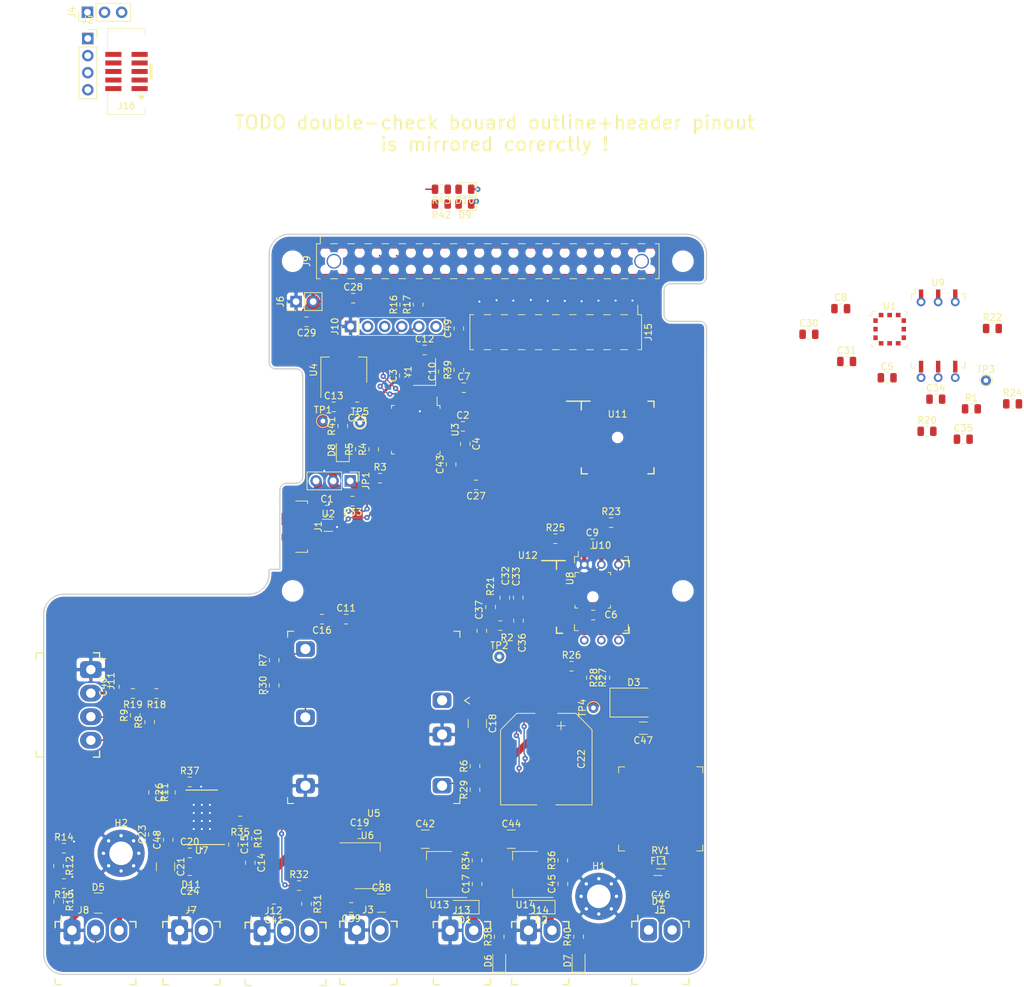
<source format=kicad_pcb>
(kicad_pcb (version 20171130) (host pcbnew 5.1.5-52549c5~84~ubuntu18.04.1)
  (title_block (title Mainboard) (date 2018-12-11) (rev 2.0))
  (layers (0 F.Cu signal) (31 B.Cu signal) (34 B.Paste user) (35 F.Paste user) (36 B.SilkS user) (37 F.SilkS user) (38 B.Mask user) (39 F.Mask user) (44 Edge.Cuts user))
  (net 0 "")
  (net 1 GND)
  (net 2 +5V)
  (net 3 +3V3)
  (net 4 /~RESET~)
  (net 5 /XTAL_IN)
  (net 6 /XTAL_OUT)
  (net 7 /USB_DP)
  (net 8 /USB_DN)
  (net 9 /~ISP~)
  (net 10 /I2C_SCL)
  (net 11 /I2C_SDA)
  (net 12 /SWDIO)
  (net 13 /SWCLK)
  (net 14 /USB_VBUS)
  (net 15 +24V)
  (net 16 "Net-(C23-Pad2)")
  (net 17 "Net-(C26-Pad1)")
  (net 18 /A_PREG_PRESSURE)
  (net 19 /RPI_RX)
  (net 20 /RPI_TX)
  (net 21 /UART_RX)
  (net 22 /UART_TX)
  (net 23 /MCU_DP)
  (net 24 /MCU_DM)
  (net 25 /V_PU)
  (net 26 /PREG_OK)
  (net 27 "Net-(R11-Pad2)")
  (net 28 "Net-(R12-Pad2)")
  (net 29 /I_PREG_FEEDBACK)
  (net 30 /I_PREG_SETPOINT)
  (net 31 /PSENSE_SPI_MISO)
  (net 32 /PSENSE_SPI_CLK)
  (net 33 /PSENSE_SPI_MOSI)
  (net 34 /PSENSE_1_DATA_READY)
  (net 35 /PSENSE_2_DATA_READY)
  (net 36 "Net-(C5-Pad2)")
  (net 37 "Net-(C5-Pad1)")
  (net 38 "Net-(C6-Pad2)")
  (net 39 "Net-(C6-Pad1)")
  (net 40 /pressure_sensor/MPVZ5010_1_OUT)
  (net 41 /A_PRESSURE_1)
  (net 42 /pressure_sensor/MPVZ5010_2_OUT)
  (net 43 "Net-(U10-Pad4)")
  (net 44 /DCDC_5V)
  (net 45 /24V_SW1_OUT)
  (net 46 +12V)
  (net 47 /A_FLOW)
  (net 48 /24V_SW2_OUT)
  (net 49 "Net-(R29-Pad2)")
  (net 50 "Net-(R30-Pad2)")
  (net 51 "Net-(R22-Pad2)")
  (net 52 "Net-(R23-Pad2)")
  (net 53 /pressure_sensor/P_SCL)
  (net 54 /pressure_sensor/P_SDA)
  (net 55 /switch_1_out)
  (net 56 /switch_2_out)
  (net 57 "Net-(U9-Pad4)")
  (net 58 "Net-(J12-Pad3)")
  (net 59 "Net-(C46-Pad2)")
  (net 60 "Net-(C46-Pad1)")
  (net 61 "Net-(C47-Pad1)")
  (net 62 "Net-(C48-Pad2)")
  (net 63 "Net-(D6-Pad2)")
  (net 64 "Net-(D7-Pad2)")
  (net 65 "Net-(D8-Pad2)")
  (net 66 "Net-(D9-Pad2)")
  (net 67 "Net-(D10-Pad2)")
  (net 68 /MCU_IO_1)
  (net 69 /MCU_IO_2)
  (net 70 /MCU_IO_3)
  (net 71 /MCU_IO_4)
  (net 72 /RPI_IO_1)
  (net 73 /RPI_IO_2)
  (net 74 /RPI_IO_3)
  (net 75 /PREG_CLEAR)
  (net 76 "Net-(R37-Pad1)")
  (net 77 /LED_STATUS)
  (net 78 /LED_ERROR)
  (net 79 /PSENSE_1_SPI_~CS~)
  (net 80 /PREG_SPI_MISO)
  (net 81 /PREG_SPI_MOSI)
  (net 82 /PREG_SPI_CLK)
  (net 83 /PREG_SPI_~CS~)
  (net 84 /PSENSE_2_SPI_~CS~)
  (net 85 /PSENSE_RESET)
  (net 86 /A_PRESSURE_2)
  (module Connector_PinHeader_2.54mm:PinHeader_2x10_P2.54mm_Vertical_SMD (layer F.Cu) (at 142.6 114.55 270)
    (fp_text reference J15 (at 0 -13.76 90) (layer F.SilkS))
    (fp_text value "2x10-pin header")
    (pad 20 smd rect (at 2.525 11.43 270) (size 3.15 1) (layers F.Cu F.Paste F.Mask) (net 3 +3V3))
    (pad 19 smd rect (at -2.525 11.43 270) (size 3.15 1) (layers F.Cu F.Paste F.Mask) (net 1 GND))
    (pad 18 smd rect (at 2.525 8.89 270) (size 3.15 1) (layers F.Cu F.Paste F.Mask) (net 3 +3V3))
    (pad 17 smd rect (at -2.525 8.89 270) (size 3.15 1) (layers F.Cu F.Paste F.Mask) (net 1 GND))
    (pad 16 smd rect (at 2.525 6.35 270) (size 3.15 1) (layers F.Cu F.Paste F.Mask) (net 68 /MCU_IO_1))
    (pad 15 smd rect (at -2.525 6.35 270) (size 3.15 1) (layers F.Cu F.Paste F.Mask) (net 1 GND))
    (pad 14 smd rect (at 2.525 3.81 270) (size 3.15 1) (layers F.Cu F.Paste F.Mask) (net 69 /MCU_IO_2))
    (pad 13 smd rect (at -2.525 3.81 270) (size 3.15 1) (layers F.Cu F.Paste F.Mask) (net 1 GND))
    (pad 12 smd rect (at 2.525 1.27 270) (size 3.15 1) (layers F.Cu F.Paste F.Mask) (net 70 /MCU_IO_3))
    (pad 11 smd rect (at -2.525 1.27 270) (size 3.15 1) (layers F.Cu F.Paste F.Mask) (net 1 GND))
    (pad 10 smd rect (at 2.525 -1.27 270) (size 3.15 1) (layers F.Cu F.Paste F.Mask) (net 71 /MCU_IO_4))
    (pad 9 smd rect (at -2.525 -1.27 270) (size 3.15 1) (layers F.Cu F.Paste F.Mask) (net 1 GND))
    (pad 8 smd rect (at 2.525 -3.81 270) (size 3.15 1) (layers F.Cu F.Paste F.Mask) (net 4 /~RESET~))
    (pad 7 smd rect (at -2.525 -3.81 270) (size 3.15 1) (layers F.Cu F.Paste F.Mask) (net 1 GND))
    (pad 6 smd rect (at 2.525 -6.35 270) (size 3.15 1) (layers F.Cu F.Paste F.Mask) (net 72 /RPI_IO_1))
    (pad 5 smd rect (at -2.525 -6.35 270) (size 3.15 1) (layers F.Cu F.Paste F.Mask) (net 1 GND))
    (pad 4 smd rect (at 2.525 -8.89 270) (size 3.15 1) (layers F.Cu F.Paste F.Mask) (net 73 /RPI_IO_2))
    (pad 3 smd rect (at -2.525 -8.89 270) (size 3.15 1) (layers F.Cu F.Paste F.Mask) (net 1 GND))
    (pad 2 smd rect (at 2.525 -11.43 270) (size 3.15 1) (layers F.Cu F.Paste F.Mask) (net 74 /RPI_IO_3))
    (pad 1 smd rect (at -2.525 -11.43 270) (size 3.15 1) (layers F.Cu F.Paste F.Mask) (net 1 GND))
  )
  (module Capacitor_SMD:C_0805_2012Metric (layer F.Cu) (at 108.6 141)
    (fp_text reference C1 (at 0 -1.65) (layer F.SilkS))
    (fp_text value 100nF)
    (pad 1 smd roundrect (at -0.9375 0) (size 0.975 1.4) (layers F.Cu F.Paste F.Mask) (net 14 /USB_VBUS))
    (pad 2 smd roundrect (at 0.9375 0) (size 0.975 1.4) (layers F.Cu F.Paste F.Mask) (net 1 GND))
  )
  (module Package_TO_SOT_SMD:SOT-553 (layer F.Cu) (at 108.8 143.25)
    (fp_text reference U2 (at 0 -1.7) (layer F.SilkS))
    (fp_text value TPD2E2U06)
    (pad 1 smd rect (at -0.7 -0.5) (size 0.45 0.3) (layers F.Cu F.Paste F.Mask))
    (pad 3 smd rect (at -0.7 0.5) (size 0.45 0.3) (layers F.Cu F.Paste F.Mask) (net 7 /USB_DP))
    (pad 5 smd rect (at 0.7 -0.5) (size 0.45 0.3) (layers F.Cu F.Paste F.Mask) (net 8 /USB_DN))
    (pad 2 smd rect (at -0.7 0) (size 0.45 0.3) (layers F.Cu F.Paste F.Mask) (net 8 /USB_DN))
    (pad 4 smd rect (at 0.7 0.5) (size 0.45 0.3) (layers F.Cu F.Paste F.Mask) (net 1 GND))
  )
  (module Connector_USB:USB_Micro-B_Molex_47346-0001 (layer F.Cu) (at 104 143.45 270)
    (fp_text reference J1 (at 0 -3.3 270) (layer F.SilkS))
    (fp_text value USB_B_Micro)
    (pad 1 smd rect (at -1.3 -1.46 270) (size 0.45 1.38) (layers F.Cu F.Paste F.Mask) (net 14 /USB_VBUS))
    (pad 2 smd rect (at -0.65 -1.46 270) (size 0.45 1.38) (layers F.Cu F.Paste F.Mask) (net 8 /USB_DN))
    (pad 3 smd rect (at 0 -1.46 270) (size 0.45 1.38) (layers F.Cu F.Paste F.Mask) (net 7 /USB_DP))
    (pad 4 smd rect (at 0.65 -1.46 270) (size 0.45 1.38) (layers F.Cu F.Paste F.Mask))
    (pad 5 smd rect (at 1.3 -1.46 270) (size 0.45 1.38) (layers F.Cu F.Paste F.Mask) (net 1 GND))
    (pad 6 smd rect (at -2.4875 -1.375 270) (size 1.425 1.55) (layers F.Cu F.Paste F.Mask) (net 1 GND))
    (pad 6 smd rect (at 2.4875 -1.375 270) (size 1.425 1.55) (layers F.Cu F.Paste F.Mask) (net 1 GND))
    (pad 6 smd rect (at -3.375 1.2 270) (size 1.65 1.3) (layers F.Cu F.Paste F.Mask) (net 1 GND))
    (pad 6 smd rect (at 3.375 1.2 270) (size 1.65 1.3) (layers F.Cu F.Paste F.Mask) (net 1 GND))
    (pad 6 smd rect (at -1.15 1.2 270) (size 1.8 1.9) (layers F.Cu F.Paste F.Mask) (net 1 GND))
    (pad 6 smd rect (at 1.55 1.2 270) (size 1 1.9) (layers F.Cu F.Paste F.Mask) (net 1 GND))
  )
  (module Jitter_Footprints:PinSocket_2x20_P2.54mm_Vertical_holes_SMD (layer F.Cu) (at 132.5 104 90)
    (fp_text reference J9 (at 0 -26.9 -90) (layer F.SilkS))
    (fp_text value Raspberry_Pi_2_3)
    (pad 1 smd rect (at -2.72 -24.13 270) (size 1.68 0.9) (layers F.Cu F.Paste F.Mask))
    (pad 2 smd rect (at 2.72 -24.13 270) (size 1.68 0.9) (layers F.Cu F.Paste F.Mask) (net 2 +5V))
    (pad "" np_thru_hole circle (at 1.27 -24.13 90) (size 1 1) (drill 1) (layers *.Cu *.Mask))
    (pad "" np_thru_hole circle (at -1.27 -24.13 270) (size 1 1) (drill 1) (layers *.Cu *.Mask))
    (pad "" np_thru_hole circle (at -1.27 -21.59 270) (size 1 1) (drill 1) (layers *.Cu *.Mask))
    (pad "" np_thru_hole circle (at 1.27 -21.59 90) (size 1 1) (drill 1) (layers *.Cu *.Mask))
    (pad 3 smd rect (at -2.72 -21.59 270) (size 1.68 0.9) (layers F.Cu F.Paste F.Mask))
    (pad 4 smd rect (at 2.72 -21.59 270) (size 1.68 0.9) (layers F.Cu F.Paste F.Mask) (net 2 +5V))
    (pad "" np_thru_hole circle (at -1.27 -19.05 270) (size 1 1) (drill 1) (layers *.Cu *.Mask))
    (pad "" np_thru_hole circle (at 1.27 -19.05 90) (size 1 1) (drill 1) (layers *.Cu *.Mask))
    (pad 5 smd rect (at -2.72 -19.05 270) (size 1.68 0.9) (layers F.Cu F.Paste F.Mask))
    (pad 6 smd rect (at 2.72 -19.05 270) (size 1.68 0.9) (layers F.Cu F.Paste F.Mask) (net 1 GND))
    (pad "" np_thru_hole circle (at -1.27 -16.51 270) (size 1 1) (drill 1) (layers *.Cu *.Mask))
    (pad "" np_thru_hole circle (at 1.27 -16.51 90) (size 1 1) (drill 1) (layers *.Cu *.Mask))
    (pad 7 smd rect (at -2.72 -16.51 270) (size 1.68 0.9) (layers F.Cu F.Paste F.Mask))
    (pad 8 smd rect (at 2.72 -16.51 270) (size 1.68 0.9) (layers F.Cu F.Paste F.Mask) (net 20 /RPI_TX))
    (pad "" np_thru_hole circle (at -1.27 -13.97 270) (size 1 1) (drill 1) (layers *.Cu *.Mask))
    (pad "" np_thru_hole circle (at 1.27 -13.97 90) (size 1 1) (drill 1) (layers *.Cu *.Mask))
    (pad 9 smd rect (at -2.72 -13.97 270) (size 1.68 0.9) (layers F.Cu F.Paste F.Mask) (net 1 GND))
    (pad 10 smd rect (at 2.72 -13.97 270) (size 1.68 0.9) (layers F.Cu F.Paste F.Mask) (net 19 /RPI_RX))
    (pad "" np_thru_hole circle (at -1.27 -11.43 270) (size 1 1) (drill 1) (layers *.Cu *.Mask))
    (pad "" np_thru_hole circle (at 1.27 -11.43 90) (size 1 1) (drill 1) (layers *.Cu *.Mask))
    (pad 11 smd rect (at -2.72 -11.43 270) (size 1.68 0.9) (layers F.Cu F.Paste F.Mask))
    (pad 12 smd rect (at 2.72 -11.43 270) (size 1.68 0.9) (layers F.Cu F.Paste F.Mask))
    (pad "" np_thru_hole circle (at -1.27 -8.89 270) (size 1 1) (drill 1) (layers *.Cu *.Mask))
    (pad "" np_thru_hole circle (at 1.27 -8.89 90) (size 1 1) (drill 1) (layers *.Cu *.Mask))
    (pad 13 smd rect (at -2.72 -8.89 270) (size 1.68 0.9) (layers F.Cu F.Paste F.Mask))
    (pad 14 smd rect (at 2.72 -8.89 270) (size 1.68 0.9) (layers F.Cu F.Paste F.Mask) (net 1 GND))
    (pad "" np_thru_hole circle (at -1.27 -6.35 270) (size 1 1) (drill 1) (layers *.Cu *.Mask))
    (pad "" np_thru_hole circle (at 1.27 -6.35 90) (size 1 1) (drill 1) (layers *.Cu *.Mask))
    (pad 15 smd rect (at -2.72 -6.35 270) (size 1.68 0.9) (layers F.Cu F.Paste F.Mask))
    (pad 16 smd rect (at 2.72 -6.35 270) (size 1.68 0.9) (layers F.Cu F.Paste F.Mask))
    (pad "" np_thru_hole circle (at -1.27 -3.81 270) (size 1 1) (drill 1) (layers *.Cu *.Mask))
    (pad "" np_thru_hole circle (at 1.27 -3.81 90) (size 1 1) (drill 1) (layers *.Cu *.Mask))
    (pad 17 smd rect (at -2.72 -3.81 270) (size 1.68 0.9) (layers F.Cu F.Paste F.Mask))
    (pad 18 smd rect (at 2.72 -3.81 270) (size 1.68 0.9) (layers F.Cu F.Paste F.Mask))
    (pad "" np_thru_hole circle (at -1.27 -1.27 270) (size 1 1) (drill 1) (layers *.Cu *.Mask))
    (pad "" np_thru_hole circle (at 1.27 -1.27 90) (size 1 1) (drill 1) (layers *.Cu *.Mask))
    (pad 19 smd rect (at -2.72 -1.27 270) (size 1.68 0.9) (layers F.Cu F.Paste F.Mask))
    (pad 20 smd rect (at 2.72 -1.27 270) (size 1.68 0.9) (layers F.Cu F.Paste F.Mask) (net 1 GND))
    (pad "" np_thru_hole circle (at -1.27 1.27 270) (size 1 1) (drill 1) (layers *.Cu *.Mask))
    (pad "" np_thru_hole circle (at 1.27 1.27 90) (size 1 1) (drill 1) (layers *.Cu *.Mask))
    (pad 21 smd rect (at -2.72 1.27 270) (size 1.68 0.9) (layers F.Cu F.Paste F.Mask))
    (pad 22 smd rect (at 2.72 1.27 270) (size 1.68 0.9) (layers F.Cu F.Paste F.Mask))
    (pad "" np_thru_hole circle (at -1.27 3.81 270) (size 1 1) (drill 1) (layers *.Cu *.Mask))
    (pad "" np_thru_hole circle (at 1.27 3.81 90) (size 1 1) (drill 1) (layers *.Cu *.Mask))
    (pad 23 smd rect (at -2.72 3.81 270) (size 1.68 0.9) (layers F.Cu F.Paste F.Mask))
    (pad 24 smd rect (at 2.72 3.81 270) (size 1.68 0.9) (layers F.Cu F.Paste F.Mask))
    (pad "" np_thru_hole circle (at -1.27 6.35 270) (size 1 1) (drill 1) (layers *.Cu *.Mask))
    (pad "" np_thru_hole circle (at 1.27 6.35 90) (size 1 1) (drill 1) (layers *.Cu *.Mask))
    (pad 25 smd rect (at -2.72 6.35 270) (size 1.68 0.9) (layers F.Cu F.Paste F.Mask) (net 1 GND))
    (pad 26 smd rect (at 2.72 6.35 270) (size 1.68 0.9) (layers F.Cu F.Paste F.Mask))
    (pad "" np_thru_hole circle (at -1.27 8.89 270) (size 1 1) (drill 1) (layers *.Cu *.Mask))
    (pad "" np_thru_hole circle (at 1.27 8.89 90) (size 1 1) (drill 1) (layers *.Cu *.Mask))
    (pad 27 smd rect (at -2.72 8.89 270) (size 1.68 0.9) (layers F.Cu F.Paste F.Mask))
    (pad 28 smd rect (at 2.72 8.89 270) (size 1.68 0.9) (layers F.Cu F.Paste F.Mask))
    (pad "" np_thru_hole circle (at -1.27 11.43 270) (size 1 1) (drill 1) (layers *.Cu *.Mask))
    (pad "" np_thru_hole circle (at 1.27 11.43 90) (size 1 1) (drill 1) (layers *.Cu *.Mask))
    (pad 29 smd rect (at -2.72 11.43 270) (size 1.68 0.9) (layers F.Cu F.Paste F.Mask))
    (pad 30 smd rect (at 2.72 11.43 270) (size 1.68 0.9) (layers F.Cu F.Paste F.Mask) (net 1 GND))
    (pad "" np_thru_hole circle (at -1.27 13.97 270) (size 1 1) (drill 1) (layers *.Cu *.Mask))
    (pad "" np_thru_hole circle (at 1.27 13.97 90) (size 1 1) (drill 1) (layers *.Cu *.Mask))
    (pad 31 smd rect (at 2.72 13.97 90) (size 1.68 0.9) (layers F.Cu F.Paste F.Mask))
    (pad 32 smd rect (at -2.72 13.97 90) (size 1.68 0.9) (layers F.Cu F.Paste F.Mask))
    (pad "" np_thru_hole circle (at -1.27 16.51 270) (size 1 1) (drill 1) (layers *.Cu *.Mask))
    (pad "" np_thru_hole circle (at 1.27 16.51 90) (size 1 1) (drill 1) (layers *.Cu *.Mask))
    (pad 33 smd rect (at -2.72 16.51 270) (size 1.68 0.9) (layers F.Cu F.Paste F.Mask))
    (pad 34 smd rect (at 2.72 16.51 270) (size 1.68 0.9) (layers F.Cu F.Paste F.Mask) (net 1 GND))
    (pad "" np_thru_hole circle (at -1.27 19.05 270) (size 1 1) (drill 1) (layers *.Cu *.Mask))
    (pad "" np_thru_hole circle (at 1.27 19.05 90) (size 1 1) (drill 1) (layers *.Cu *.Mask))
    (pad 35 smd rect (at -2.72 19.05 270) (size 1.68 0.9) (layers F.Cu F.Paste F.Mask))
    (pad 36 smd rect (at 2.72 19.05 270) (size 1.68 0.9) (layers F.Cu F.Paste F.Mask) (net 4 /~RESET~))
    (pad "" np_thru_hole circle (at -1.27 21.59 270) (size 1 1) (drill 1) (layers *.Cu *.Mask))
    (pad "" np_thru_hole circle (at 1.27 21.59 90) (size 1 1) (drill 1) (layers *.Cu *.Mask))
    (pad 37 smd rect (at -2.72 21.59 270) (size 1.68 0.9) (layers F.Cu F.Paste F.Mask) (net 73 /RPI_IO_2))
    (pad 38 smd rect (at 2.72 21.59 270) (size 1.68 0.9) (layers F.Cu F.Paste F.Mask) (net 72 /RPI_IO_1))
    (pad "" np_thru_hole circle (at -1.27 24.13 270) (size 1 1) (drill 1) (layers *.Cu *.Mask))
    (pad "" np_thru_hole circle (at 1.27 24.13 90) (size 1 1) (drill 1) (layers *.Cu *.Mask))
    (pad 39 smd rect (at -2.72 24.13 270) (size 1.68 0.9) (layers F.Cu F.Paste F.Mask) (net 1 GND))
    (pad 40 smd rect (at 2.72 24.13 270) (size 1.68 0.9) (layers F.Cu F.Paste F.Mask) (net 74 /RPI_IO_3))
    (pad MH thru_hole circle (at 0 22.86 90) (size 2.2 2.2) (drill 1.8) (layers *.Cu *.Mask))
    (pad MH thru_hole circle (at 0 -22.86 90) (size 2.2 2.2) (drill 1.8) (layers *.Cu *.Mask))
  )
  (module Jitter_Footprints:L_CommonMode_Wuerth_WE-SCC (layer F.Cu) (at 158.2 185.4 180)
    (fp_text reference FL1 (at 0.25 -7.75) (layer F.SilkS))
    (fp_text value 744282010)
    (pad 3 smd rect (at -1.75 3.85) (size 2.5 3.85) (layers F.Cu F.Paste F.Mask) (net 61 "Net-(C47-Pad1)"))
    (pad 4 smd rect (at 1.75 3.85) (size 2.5 3.85) (layers F.Cu F.Paste F.Mask) (net 1 GND))
    (pad 2 smd rect (at -1.75 -3.85 180) (size 2.5 3.85) (layers F.Cu F.Paste F.Mask) (net 59 "Net-(C46-Pad2)"))
    (pad 1 smd rect (at 1.75 -3.85 180) (size 2.5 3.85) (layers F.Cu F.Paste F.Mask) (net 60 "Net-(C46-Pad1)"))
  )
  (module Jitter_Footprints:WE_VS_Varistor (layer F.Cu) (at 158.2 193.4)
    (fp_text reference RV1 (at 0 -1.82) (layer F.SilkS))
    (fp_text value Varistor)
    (pad 2 smd roundrect (at 1.55 0) (size 1.1 1.2) (layers F.Cu F.Paste F.Mask) (roundrect_rratio 0.2) (net 59 "Net-(C46-Pad2)"))
    (pad 1 smd roundrect (at -1.55 0 180) (size 1.1 1.2) (layers F.Cu F.Paste F.Mask) (roundrect_rratio 0.2) (net 60 "Net-(C46-Pad1)"))
  )
  (module Jitter_Footprints:connector_jtag_10pin_shrouded (layer F.Cu) (at 78.8 75.8 180)
    (fp_text reference J16 (at 0 -5.1) (layer F.SilkS))
    (fp_text value "10-pin SWD header")
    (pad 10 smd rect (at 1.95 2.54 180) (size 2.4 0.74) (layers F.Cu F.Paste F.Mask) (net 4 /~RESET~))
    (pad 9 smd rect (at -1.95 2.54 180) (size 2.4 0.74) (layers F.Cu F.Paste F.Mask) (net 1 GND))
    (pad 8 smd rect (at 1.95 1.27 180) (size 2.4 0.74) (layers F.Cu F.Paste F.Mask))
    (pad 7 smd rect (at -1.95 1.27 180) (size 2.4 0.74) (layers F.Cu F.Paste F.Mask))
    (pad 6 smd rect (at 1.95 0 180) (size 2.4 0.74) (layers F.Cu F.Paste F.Mask))
    (pad 5 smd rect (at -1.95 0 180) (size 2.4 0.74) (layers F.Cu F.Paste F.Mask) (net 1 GND))
    (pad 4 smd rect (at 1.95 -1.27 180) (size 2.4 0.74) (layers F.Cu F.Paste F.Mask) (net 13 /SWCLK))
    (pad 3 smd rect (at -1.95 -1.27 180) (size 2.4 0.74) (layers F.Cu F.Paste F.Mask) (net 1 GND))
    (pad 2 smd rect (at 1.95 -2.54 180) (size 2.4 0.74) (layers F.Cu F.Paste F.Mask) (net 12 /SWDIO))
    (pad 1 smd rect (at -1.95 -2.54 180) (size 2.4 0.74) (layers F.Cu F.Paste F.Mask) (net 3 +3V3))
  )
  (module Jitter_Footprints:WE-TVSP_TVS_DIODE (layer F.Cu) (at 88.4 199)
    (fp_text reference D11 (at 0 -2.35) (layer F.SilkS))
    (fp_text value D_TVS)
    (pad 2 smd roundrect (at 2.3 0 180) (size 2.3 1.7) (layers F.Cu F.Paste F.Mask) (roundrect_rratio 0.2) (net 15 +24V))
    (pad 1 smd roundrect (at -2.3 0) (size 2.3 1.7) (layers F.Cu F.Paste F.Mask) (roundrect_rratio 0.2) (net 1 GND))
  )
  (module Jitter_Footprints:WE-TVSP_TVS_DIODE (layer F.Cu) (at 74.6 199.4)
    (fp_text reference D5 (at 0 -2.35) (layer F.SilkS))
    (fp_text value D_TVS)
    (pad 2 smd roundrect (at 2.3 0 180) (size 2.3 1.7) (layers F.Cu F.Paste F.Mask) (roundrect_rratio 0.2) (net 30 /I_PREG_SETPOINT))
    (pad 1 smd roundrect (at -2.3 0) (size 2.3 1.7) (layers F.Cu F.Paste F.Mask) (roundrect_rratio 0.2) (net 1 GND))
  )
  (module Jitter_Footprints:WE-TVSP_TVS_DIODE (layer F.Cu) (at 157.8 196.8 180)
    (fp_text reference D4 (at 0 -2.35) (layer F.SilkS))
    (fp_text value D_TVS)
    (pad 2 smd roundrect (at 2.3 0) (size 2.3 1.7) (layers F.Cu F.Paste F.Mask) (roundrect_rratio 0.2) (net 60 "Net-(C46-Pad1)"))
    (pad 1 smd roundrect (at -2.3 0 180) (size 2.3 1.7) (layers F.Cu F.Paste F.Mask) (roundrect_rratio 0.2) (net 59 "Net-(C46-Pad2)"))
  )
  (module Diode_SMD:D_SMB (layer F.Cu) (at 154.2 169.6)
    (fp_text reference D3 (at 0 -3) (layer F.SilkS))
    (fp_text value "S5MB R5G 100V")
    (pad 2 smd rect (at 2.15 0) (size 2.5 2.3) (layers F.Cu F.Paste F.Mask) (net 61 "Net-(C47-Pad1)"))
    (pad 1 smd rect (at -2.15 0) (size 2.5 2.3) (layers F.Cu F.Paste F.Mask) (net 15 +24V))
  )
  (module Resistor_SMD:R_0805_2012Metric (layer F.Cu) (at 125.6 93.3 180)
    (fp_text reference R43 (at 0 -1.65) (layer F.SilkS))
    (fp_text value 150)
    (pad 2 smd roundrect (at 0.9375 0 180) (size 0.975 1.4) (layers F.Cu F.Paste F.Mask) (net 78 /LED_ERROR))
    (pad 1 smd roundrect (at -0.9375 0 180) (size 0.975 1.4) (layers F.Cu F.Paste F.Mask) (net 67 "Net-(D10-Pad2)"))
  )
  (module Resistor_SMD:R_0805_2012Metric (layer F.Cu) (at 125.6 95.5 180)
    (fp_text reference R42 (at 0 -1.65) (layer F.SilkS))
    (fp_text value 150)
    (pad 2 smd roundrect (at 0.9375 0 180) (size 0.975 1.4) (layers F.Cu F.Paste F.Mask) (net 77 /LED_STATUS))
    (pad 1 smd roundrect (at -0.9375 0 180) (size 0.975 1.4) (layers F.Cu F.Paste F.Mask) (net 66 "Net-(D9-Pad2)"))
  )
  (module Resistor_SMD:R_0805_2012Metric (layer F.Cu) (at 110.95 128.5 90)
    (fp_text reference R41 (at 0 -1.65 90) (layer F.SilkS))
    (fp_text value 150)
    (pad 2 smd roundrect (at 0.9375 0 90) (size 0.975 1.4) (layers F.Cu F.Paste F.Mask) (net 3 +3V3))
    (pad 1 smd roundrect (at -0.9375 0 90) (size 0.975 1.4) (layers F.Cu F.Paste F.Mask) (net 65 "Net-(D8-Pad2)"))
  )
  (module Resistor_SMD:R_0805_2012Metric (layer F.Cu) (at 146 204.4 90)
    (fp_text reference R40 (at 0 -1.65 90) (layer F.SilkS))
    (fp_text value 3.3k)
    (pad 2 smd roundrect (at 0.9375 0 90) (size 0.975 1.4) (layers F.Cu F.Paste F.Mask) (net 48 /24V_SW2_OUT))
    (pad 1 smd roundrect (at -0.9375 0 90) (size 0.975 1.4) (layers F.Cu F.Paste F.Mask) (net 64 "Net-(D7-Pad2)"))
  )
  (module Resistor_SMD:R_0805_2012Metric (layer F.Cu) (at 128.2 120.15 90)
    (fp_text reference R39 (at 0 -1.65 90) (layer F.SilkS))
    (fp_text value 10k)
    (pad 2 smd roundrect (at 0.9375 0 90) (size 0.975 1.4) (layers F.Cu F.Paste F.Mask) (net 3 +3V3))
    (pad 1 smd roundrect (at -0.9375 0 90) (size 0.975 1.4) (layers F.Cu F.Paste F.Mask) (net 4 /~RESET~))
  )
  (module Resistor_SMD:R_0805_2012Metric (layer F.Cu) (at 134.2 204.4 90)
    (fp_text reference R38 (at 0 -1.65 90) (layer F.SilkS))
    (fp_text value 3.3k)
    (pad 2 smd roundrect (at 0.9375 0 90) (size 0.975 1.4) (layers F.Cu F.Paste F.Mask) (net 45 /24V_SW1_OUT))
    (pad 1 smd roundrect (at -0.9375 0 90) (size 0.975 1.4) (layers F.Cu F.Paste F.Mask) (net 63 "Net-(D6-Pad2)"))
  )
  (module Resistor_SMD:R_0805_2012Metric (layer F.Cu) (at 88.2 181.4)
    (fp_text reference R37 (at 0 -1.65) (layer F.SilkS))
    (fp_text value DNI)
    (pad 2 smd roundrect (at 0.9375 0) (size 0.975 1.4) (layers F.Cu F.Paste F.Mask) (net 1 GND))
    (pad 1 smd roundrect (at -0.9375 0) (size 0.975 1.4) (layers F.Cu F.Paste F.Mask) (net 76 "Net-(R37-Pad1)"))
  )
  (module Resistor_SMD:R_0805_2012Metric (layer F.Cu) (at 95.7 187.2 180)
    (fp_text reference R35 (at 0 -1.65) (layer F.SilkS))
    (fp_text value 4.7k)
    (pad 2 smd roundrect (at 0.9375 0 180) (size 0.975 1.4) (layers F.Cu F.Paste F.Mask) (net 75 /PREG_CLEAR))
    (pad 1 smd roundrect (at -0.9375 0 180) (size 0.975 1.4) (layers F.Cu F.Paste F.Mask) (net 1 GND))
  )
  (module Resistor_SMD:R_0805_2012Metric (layer F.Cu) (at 112.4 139.65 180)
    (fp_text reference R33 (at 0 -1.65) (layer F.SilkS))
    (fp_text value 0)
    (pad 2 smd roundrect (at 0.9375 0 180) (size 0.975 1.4) (layers F.Cu F.Paste F.Mask) (net 2 +5V))
    (pad 1 smd roundrect (at -0.9375 0 180) (size 0.975 1.4) (layers F.Cu F.Paste F.Mask) (net 44 /DCDC_5V))
  )
  (module Connector_PinHeader_2.54mm:PinHeader_1x06_P2.54mm_Vertical (layer F.Cu) (at 112.1 113.7 90)
    (fp_text reference J10 (at 0 -2.33 90) (layer F.SilkS))
    (fp_text value "6-pin header")
    (pad 6 thru_hole oval (at 0 12.7 90) (size 1.7 1.7) (drill 1) (layers *.Cu *.Mask))
    (pad 5 thru_hole oval (at 0 10.16 90) (size 1.7 1.7) (drill 1) (layers *.Cu *.Mask) (net 22 /UART_TX))
    (pad 4 thru_hole oval (at 0 7.62 90) (size 1.7 1.7) (drill 1) (layers *.Cu *.Mask) (net 21 /UART_RX))
    (pad 3 thru_hole oval (at 0 5.08 90) (size 1.7 1.7) (drill 1) (layers *.Cu *.Mask))
    (pad 2 thru_hole oval (at 0 2.54 90) (size 1.7 1.7) (drill 1) (layers *.Cu *.Mask))
    (pad 1 thru_hole rect (at 0 0 90) (size 1.7 1.7) (drill 1) (layers *.Cu *.Mask) (net 1 GND))
  )
  (module LED_SMD:LED_0805_2012Metric (layer F.Cu) (at 129.1 93.3 180)
    (fp_text reference D10 (at 0 -1.65) (layer F.SilkS))
    (fp_text value Red)
    (pad 2 smd roundrect (at 0.9375 0 180) (size 0.975 1.4) (layers F.Cu F.Paste F.Mask) (net 67 "Net-(D10-Pad2)"))
    (pad 1 smd roundrect (at -0.9375 0 180) (size 0.975 1.4) (layers F.Cu F.Paste F.Mask) (net 1 GND))
  )
  (module LED_SMD:LED_0805_2012Metric (layer F.Cu) (at 129.1 95.5 180)
    (fp_text reference D9 (at 0 -1.65) (layer F.SilkS))
    (fp_text value Green)
    (pad 2 smd roundrect (at 0.9375 0 180) (size 0.975 1.4) (layers F.Cu F.Paste F.Mask) (net 66 "Net-(D9-Pad2)"))
    (pad 1 smd roundrect (at -0.9375 0 180) (size 0.975 1.4) (layers F.Cu F.Paste F.Mask) (net 1 GND))
  )
  (module LED_SMD:LED_0805_2012Metric (layer F.Cu) (at 110.95 132.1 90)
    (fp_text reference D8 (at 0 -1.65 90) (layer F.SilkS))
    (fp_text value Green)
    (pad 2 smd roundrect (at 0.9375 0 90) (size 0.975 1.4) (layers F.Cu F.Paste F.Mask) (net 65 "Net-(D8-Pad2)"))
    (pad 1 smd roundrect (at -0.9375 0 90) (size 0.975 1.4) (layers F.Cu F.Paste F.Mask) (net 1 GND))
  )
  (module LED_SMD:LED_0805_2012Metric (layer F.Cu) (at 146 208 90)
    (fp_text reference D7 (at 0 -1.65 90) (layer F.SilkS))
    (fp_text value Green)
    (pad 2 smd roundrect (at 0.9375 0 90) (size 0.975 1.4) (layers F.Cu F.Paste F.Mask) (net 64 "Net-(D7-Pad2)"))
    (pad 1 smd roundrect (at -0.9375 0 90) (size 0.975 1.4) (layers F.Cu F.Paste F.Mask) (net 1 GND))
  )
  (module LED_SMD:LED_0805_2012Metric (layer F.Cu) (at 134.2 208 90)
    (fp_text reference D6 (at 0 -1.65 90) (layer F.SilkS))
    (fp_text value Green)
    (pad 2 smd roundrect (at 0.9375 0 90) (size 0.975 1.4) (layers F.Cu F.Paste F.Mask) (net 63 "Net-(D6-Pad2)"))
    (pad 1 smd roundrect (at -0.9375 0 90) (size 0.975 1.4) (layers F.Cu F.Paste F.Mask) (net 1 GND))
  )
  (module Capacitor_SMD:C_0805_2012Metric (layer F.Cu) (at 128.2 114 90)
    (fp_text reference C49 (at 0 -1.65 90) (layer F.SilkS))
    (fp_text value 100nF)
    (pad 2 smd roundrect (at 0.9375 0 90) (size 0.975 1.4) (layers F.Cu F.Paste F.Mask) (net 1 GND))
    (pad 1 smd roundrect (at -0.9375 0 90) (size 0.975 1.4) (layers F.Cu F.Paste F.Mask) (net 3 +3V3))
  )
  (module Capacitor_SMD:C_0805_2012Metric (layer F.Cu) (at 85 190 90)
    (fp_text reference C48 (at 0 -1.65 90) (layer F.SilkS))
    (fp_text value 10nF)
    (pad 2 smd roundrect (at 0.9375 0 90) (size 0.975 1.4) (layers F.Cu F.Paste F.Mask) (net 62 "Net-(C48-Pad2)"))
    (pad 1 smd roundrect (at -0.9375 0 90) (size 0.975 1.4) (layers F.Cu F.Paste F.Mask) (net 15 +24V))
  )
  (module Capacitor_SMD:C_1206_3216Metric (layer F.Cu) (at 155.6 173.4 180)
    (fp_text reference C47 (at 0 -1.82) (layer F.SilkS))
    (fp_text value "10nF 100V")
    (pad 2 smd roundrect (at 1.4 0 180) (size 1.25 1.75) (layers F.Cu F.Paste F.Mask) (roundrect_rratio 0.2) (net 1 GND))
    (pad 1 smd roundrect (at -1.4 0 180) (size 1.25 1.75) (layers F.Cu F.Paste F.Mask) (roundrect_rratio 0.2) (net 61 "Net-(C47-Pad1)"))
  )
  (module Capacitor_SMD:C_1206_3216Metric (layer F.Cu) (at 158.2 200)
    (fp_text reference C46 (at 0 -1.82) (layer F.SilkS))
    (fp_text value "10nF 100V")
    (pad 2 smd roundrect (at 1.4 0) (size 1.25 1.75) (layers F.Cu F.Paste F.Mask) (roundrect_rratio 0.2) (net 59 "Net-(C46-Pad2)"))
    (pad 1 smd roundrect (at -1.4 0) (size 1.25 1.75) (layers F.Cu F.Paste F.Mask) (roundrect_rratio 0.2) (net 60 "Net-(C46-Pad1)"))
  )
  (module Jitter_Footprints:ABPM+DXXX000XX0XX (layer F.Cu) (at 199.44 114.37)
    (fp_text reference U9 (at 0 -7.175) (layer F.SilkS))
    (fp_text value ABPMAND001PG2A3)
    (pad "" np_thru_hole circle (at -1.27 0.49) (size 1.2 1.2) (drill 1.2) (layers *.Cu *.Mask))
    (pad 6 smd rect (at -2.54 5.3) (size 0.65 1.75) (layers F.Cu F.Paste F.Mask) (net 53 /pressure_sensor/P_SCL))
    (pad 5 smd rect (at 0 5.3) (size 0.65 1.75) (layers F.Cu F.Paste F.Mask) (net 54 /pressure_sensor/P_SDA))
    (pad 4 smd rect (at 2.54 5.3) (size 0.65 1.75) (layers F.Cu F.Paste F.Mask) (net 57 "Net-(U9-Pad4)"))
    (pad 3 smd rect (at 2.54 -5.3) (size 0.65 1.75) (layers F.Cu F.Paste F.Mask) (net 34 /PSENSE_1_DATA_READY))
    (pad 2 smd rect (at 0 -5.3) (size 0.65 1.75) (layers F.Cu F.Paste F.Mask) (net 51 "Net-(R22-Pad2)"))
    (pad 1 smd rect (at -2.54 -5.3) (size 0.65 1.75) (layers F.Cu F.Paste F.Mask) (net 1 GND))
    (pad 1 thru_hole circle (at -2.54 -4.325) (size 1.3 1.3) (drill 0.75) (layers *.Cu *.Mask) (net 1 GND))
    (pad 4 thru_hole circle (at 2.54 6.925 180) (size 1.3 1.3) (drill 0.75) (layers *.Cu *.Mask) (net 57 "Net-(U9-Pad4)"))
    (pad 3 thru_hole circle (at 2.54 -4.325) (size 1.3 1.3) (drill 0.75) (layers *.Cu *.Mask) (net 34 /PSENSE_1_DATA_READY))
    (pad 5 thru_hole circle (at 0 6.925 180) (size 1.3 1.3) (drill 0.75) (layers *.Cu *.Mask) (net 54 /pressure_sensor/P_SDA))
    (pad 6 thru_hole circle (at -2.54 6.925 180) (size 1.3 1.3) (drill 0.75) (layers *.Cu *.Mask) (net 53 /pressure_sensor/P_SCL))
    (pad 2 thru_hole circle (at 0 -4.325) (size 1.3 1.3) (drill 0.75) (layers *.Cu *.Mask) (net 51 "Net-(R22-Pad2)"))
  )
  (module Jitter_Footprints:DCDC-5V_S24SE05004PDFA (layer F.Cu) (at 115.55 171.8 180)
    (fp_text reference U5 (at 0 -14.25) (layer F.SilkS))
    (fp_text value S24SE05004PDFA_DC-DC)
    (pad 6 thru_hole roundrect (at 10.16 10.16 180) (size 2.8 2.3) (drill 1.5) (layers *.Cu *.Mask) (net 44 /DCDC_5V))
    (pad 5 thru_hole roundrect (at 10.16 0 180) (size 2.8 2.3) (drill 1.5) (layers *.Cu *.Mask) (net 50 "Net-(R30-Pad2)"))
    (pad 4 thru_hole roundrect (at 10.16 -10.16 180) (size 2.8 2.3) (drill 1.5) (layers *.Cu *.Mask) (net 1 GND))
    (pad 1 thru_hole roundrect (at -10.16 2.54 180) (size 2.8 2.3) (drill 1.5) (layers *.Cu *.Mask) (net 15 +24V))
    (pad 2 thru_hole roundrect (at -10.16 -2.54 180) (size 2.8 2.3) (drill 1.5) (layers *.Cu *.Mask) (net 1 GND))
    (pad 3 thru_hole roundrect (at -10.16 -10.16 180) (size 2.8 2.3) (drill 1.5) (layers *.Cu *.Mask) (net 49 "Net-(R29-Pad2)"))
  )
  (module TestPoint:TestPoint_THTPad_D1.5mm_Drill0.7mm (layer F.Cu) (at 113.5 128)
    (fp_text reference TP5 (at 0 -1.648) (layer F.SilkS))
    (fp_text value DNI)
    (pad 1 thru_hole circle (at 0 0) (size 1.5 1.5) (drill 0.7) (layers *.Cu *.Mask) (net 3 +3V3))
  )
  (module TestPoint:TestPoint_THTPad_D1.5mm_Drill0.7mm (layer F.Cu) (at 148.2 170.4 90)
    (fp_text reference TP4 (at 0 -1.648 90) (layer F.SilkS))
    (fp_text value DNI)
    (pad 1 thru_hole circle (at 0 0 90) (size 1.5 1.5) (drill 0.7) (layers *.Cu *.Mask) (net 15 +24V))
  )
  (module Capacitor_SMD:C_1210_3225Metric (layer F.Cu) (at 136 189.9)
    (fp_text reference C44 (at 0 -2.28) (layer F.SilkS))
    (fp_text value "10uF 50V")
    (pad 2 smd roundrect (at 1.4 0) (size 1.25 2.65) (layers F.Cu F.Paste F.Mask) (roundrect_rratio 0.2) (net 1 GND))
    (pad 1 smd roundrect (at -1.4 0) (size 1.25 2.65) (layers F.Cu F.Paste F.Mask) (roundrect_rratio 0.2) (net 15 +24V))
  )
  (module Capacitor_SMD:C_1210_3225Metric (layer F.Cu) (at 123.2 189.9)
    (fp_text reference C42 (at 0 -2.28) (layer F.SilkS))
    (fp_text value "10uF 50V")
    (pad 2 smd roundrect (at 1.4 0) (size 1.25 2.65) (layers F.Cu F.Paste F.Mask) (roundrect_rratio 0.2) (net 1 GND))
    (pad 1 smd roundrect (at -1.4 0) (size 1.25 2.65) (layers F.Cu F.Paste F.Mask) (roundrect_rratio 0.2) (net 15 +24V))
  )
  (module Capacitor_SMD:C_1210_3225Metric (layer F.Cu) (at 116.7 199.4)
    (fp_text reference C38 (at 0 -2.28) (layer F.SilkS))
    (fp_text value "10uF 50V")
    (pad 2 smd roundrect (at 1.4 0) (size 1.25 2.65) (layers F.Cu F.Paste F.Mask) (roundrect_rratio 0.2) (net 1 GND))
    (pad 1 smd roundrect (at -1.4 0) (size 1.25 2.65) (layers F.Cu F.Paste F.Mask) (roundrect_rratio 0.2) (net 46 +12V))
  )
  (module Capacitor_SMD:C_1210_3225Metric (layer F.Cu) (at 84.6 194 270)
    (fp_text reference C21 (at 0 -2.28 90) (layer F.SilkS))
    (fp_text value "10uF 50V")
    (pad 2 smd roundrect (at 1.4 0 270) (size 1.25 2.65) (layers F.Cu F.Paste F.Mask) (roundrect_rratio 0.2) (net 1 GND))
    (pad 1 smd roundrect (at -1.4 0 270) (size 1.25 2.65) (layers F.Cu F.Paste F.Mask) (roundrect_rratio 0.2) (net 15 +24V))
  )
  (module Capacitor_SMD:C_1210_3225Metric (layer F.Cu) (at 130.95 172.7 270)
    (fp_text reference C18 (at 0 -2.28 90) (layer F.SilkS))
    (fp_text value "10uF 50V")
    (pad 2 smd roundrect (at 1.4 0 270) (size 1.25 2.65) (layers F.Cu F.Paste F.Mask) (roundrect_rratio 0.2) (net 1 GND))
    (pad 1 smd roundrect (at -1.4 0 270) (size 1.25 2.65) (layers F.Cu F.Paste F.Mask) (roundrect_rratio 0.2) (net 15 +24V))
  )
  (module Package_TO_SOT_SMD:SOT-223 (layer F.Cu) (at 138.1 195.15 180)
    (fp_text reference U14 (at 0 -4.5) (layer F.SilkS))
    (fp_text value ITS4142NHUMA1)
    (pad 1 smd rect (at -3.15 -2.3 180) (size 2 1.5) (layers F.Cu F.Paste F.Mask) (net 48 /24V_SW2_OUT))
    (pad 3 smd rect (at -3.15 2.3 180) (size 2 1.5) (layers F.Cu F.Paste F.Mask) (net 56 /switch_2_out))
    (pad 2 smd rect (at -3.15 0 180) (size 2 1.5) (layers F.Cu F.Paste F.Mask) (net 1 GND))
    (pad 4 smd rect (at 3.15 0 180) (size 2 3.8) (layers F.Cu F.Paste F.Mask) (net 15 +24V))
  )
  (module Package_TO_SOT_SMD:SOT-223 (layer F.Cu) (at 125.3 195.15 180)
    (fp_text reference U13 (at 0 -4.5) (layer F.SilkS))
    (fp_text value ITS4142NHUMA1)
    (pad 1 smd rect (at -3.15 -2.3 180) (size 2 1.5) (layers F.Cu F.Paste F.Mask) (net 45 /24V_SW1_OUT))
    (pad 3 smd rect (at -3.15 2.3 180) (size 2 1.5) (layers F.Cu F.Paste F.Mask) (net 55 /switch_1_out))
    (pad 2 smd rect (at -3.15 0 180) (size 2 1.5) (layers F.Cu F.Paste F.Mask) (net 1 GND))
    (pad 4 smd rect (at 3.15 0 180) (size 2 3.8) (layers F.Cu F.Paste F.Mask) (net 15 +24V))
  )
  (module Package_TO_SOT_SMD:SOT-223-3_TabPin2 (layer F.Cu) (at 114.6 193.85)
    (fp_text reference U6 (at 0 -4.5) (layer F.SilkS))
    (fp_text value LM2937IMP-12/NOPB)
    (pad 1 smd rect (at -3.15 -2.3) (size 2 1.5) (layers F.Cu F.Paste F.Mask) (net 15 +24V))
    (pad 3 smd rect (at -3.15 2.3) (size 2 1.5) (layers F.Cu F.Paste F.Mask) (net 46 +12V))
    (pad 2 smd rect (at -3.15 0) (size 2 1.5) (layers F.Cu F.Paste F.Mask) (net 1 GND))
    (pad 2 smd rect (at 3.15 0) (size 2 3.8) (layers F.Cu F.Paste F.Mask) (net 1 GND))
  )
  (module Resistor_SMD:R_0805_2012Metric (layer F.Cu) (at 143.65 193.05 90)
    (fp_text reference R36 (at 0 -1.65 90) (layer F.SilkS))
    (fp_text value 4.7k)
    (pad 2 smd roundrect (at 0.9375 0 90) (size 0.975 1.4) (layers F.Cu F.Paste F.Mask) (net 56 /switch_2_out))
    (pad 1 smd roundrect (at -0.9375 0 90) (size 0.975 1.4) (layers F.Cu F.Paste F.Mask) (net 1 GND))
  )
  (module Resistor_SMD:R_0805_2012Metric (layer F.Cu) (at 130.9 193.05 90)
    (fp_text reference R34 (at 0 -1.65 90) (layer F.SilkS))
    (fp_text value 4.7k)
    (pad 2 smd roundrect (at 0.9375 0 90) (size 0.975 1.4) (layers F.Cu F.Paste F.Mask) (net 55 /switch_1_out))
    (pad 1 smd roundrect (at -0.9375 0 90) (size 0.975 1.4) (layers F.Cu F.Paste F.Mask) (net 1 GND))
  )
  (module Resistor_SMD:R_0805_2012Metric (layer F.Cu) (at 104.45 196.8)
    (fp_text reference R32 (at 0 -1.65) (layer F.SilkS))
    (fp_text value 10k)
    (pad 2 smd roundrect (at 0.9375 0) (size 0.975 1.4) (layers F.Cu F.Paste F.Mask) (net 58 "Net-(J12-Pad3)"))
    (pad 1 smd roundrect (at -0.9375 0) (size 0.975 1.4) (layers F.Cu F.Paste F.Mask) (net 47 /A_FLOW))
  )
  (module Resistor_SMD:R_0805_2012Metric (layer F.Cu) (at 105.55 199.52 270)
    (fp_text reference R31 (at 0 -1.65 90) (layer F.SilkS))
    (fp_text value 3.3k)
    (pad 2 smd roundrect (at 0.9375 0 270) (size 0.975 1.4) (layers F.Cu F.Paste F.Mask) (net 47 /A_FLOW))
    (pad 1 smd roundrect (at -0.9375 0 270) (size 0.975 1.4) (layers F.Cu F.Paste F.Mask) (net 1 GND))
  )
  (module Resistor_SMD:R_0805_2012Metric (layer F.Cu) (at 100.75 167.05 90)
    (fp_text reference R30 (at 0 -1.65 90) (layer F.SilkS))
    (fp_text value DNI)
    (pad 2 smd roundrect (at 0.9375 0 90) (size 0.975 1.4) (layers F.Cu F.Paste F.Mask) (net 50 "Net-(R30-Pad2)"))
    (pad 1 smd roundrect (at -0.9375 0 90) (size 0.975 1.4) (layers F.Cu F.Paste F.Mask) (net 1 GND))
  )
  (module Resistor_SMD:R_0805_2012Metric (layer F.Cu) (at 130.6 182.55 90)
    (fp_text reference R29 (at 0 -1.65 90) (layer F.SilkS))
    (fp_text value 3.3k)
    (pad 2 smd roundrect (at 0.9375 0 90) (size 0.975 1.4) (layers F.Cu F.Paste F.Mask) (net 49 "Net-(R29-Pad2)"))
    (pad 1 smd roundrect (at -0.9375 0 90) (size 0.975 1.4) (layers F.Cu F.Paste F.Mask) (net 1 GND))
  )
  (module Resistor_SMD:R_0805_2012Metric (layer F.Cu) (at 149.9 165.9 90)
    (fp_text reference R28 (at 0 -1.65 90) (layer F.SilkS))
    (fp_text value 0)
    (pad 2 smd roundrect (at 0.9375 0 90) (size 0.975 1.4) (layers F.Cu F.Paste F.Mask) (net 54 /pressure_sensor/P_SDA))
    (pad 1 smd roundrect (at -0.9375 0 90) (size 0.975 1.4) (layers F.Cu F.Paste F.Mask) (net 11 /I2C_SDA))
  )
  (module Resistor_SMD:R_0805_2012Metric (layer F.Cu) (at 147.9 165.9 270)
    (fp_text reference R27 (at 0 -1.65 90) (layer F.SilkS))
    (fp_text value 0)
    (pad 2 smd roundrect (at 0.9375 0 270) (size 0.975 1.4) (layers F.Cu F.Paste F.Mask) (net 10 /I2C_SCL))
    (pad 1 smd roundrect (at -0.9375 0 270) (size 0.975 1.4) (layers F.Cu F.Paste F.Mask) (net 53 /pressure_sensor/P_SCL))
  )
  (module Resistor_SMD:R_0805_2012Metric (layer F.Cu) (at 144.95 164.2)
    (fp_text reference R26 (at 0 -1.65) (layer F.SilkS))
    (fp_text value DNI)
    (pad 2 smd roundrect (at 0.9375 0) (size 0.975 1.4) (layers F.Cu F.Paste F.Mask) (net 53 /pressure_sensor/P_SCL))
    (pad 1 smd roundrect (at -0.9375 0) (size 0.975 1.4) (layers F.Cu F.Paste F.Mask) (net 2 +5V))
  )
  (module Resistor_SMD:R_0805_2012Metric (layer F.Cu) (at 142.55 145.25)
    (fp_text reference R25 (at 0 -1.65) (layer F.SilkS))
    (fp_text value DNI)
    (pad 2 smd roundrect (at 0.9375 0) (size 0.975 1.4) (layers F.Cu F.Paste F.Mask) (net 35 /PSENSE_2_DATA_READY))
    (pad 1 smd roundrect (at -0.9375 0) (size 0.975 1.4) (layers F.Cu F.Paste F.Mask) (net 42 /pressure_sensor/MPVZ5010_2_OUT))
  )
  (module Resistor_SMD:R_0805_2012Metric (layer F.Cu) (at 210.5 125.2)
    (fp_text reference R24 (at 0 -1.65) (layer F.SilkS))
    (fp_text value DNI)
    (pad 2 smd roundrect (at 0.9375 0) (size 0.975 1.4) (layers F.Cu F.Paste F.Mask) (net 34 /PSENSE_1_DATA_READY))
    (pad 1 smd roundrect (at -0.9375 0) (size 0.975 1.4) (layers F.Cu F.Paste F.Mask) (net 40 /pressure_sensor/MPVZ5010_1_OUT))
  )
  (module Resistor_SMD:R_0805_2012Metric (layer F.Cu) (at 150.8375 142.85)
    (fp_text reference R23 (at 0 -1.65) (layer F.SilkS))
    (fp_text value 0)
    (pad 2 smd roundrect (at 0.9375 0) (size 0.975 1.4) (layers F.Cu F.Paste F.Mask) (net 52 "Net-(R23-Pad2)"))
    (pad 1 smd roundrect (at -0.9375 0) (size 0.975 1.4) (layers F.Cu F.Paste F.Mask) (net 3 +3V3))
  )
  (module Resistor_SMD:R_0805_2012Metric (layer F.Cu) (at 207.5 114)
    (fp_text reference R22 (at 0 -1.65) (layer F.SilkS))
    (fp_text value 0)
    (pad 2 smd roundrect (at 0.9375 0) (size 0.975 1.4) (layers F.Cu F.Paste F.Mask) (net 51 "Net-(R22-Pad2)"))
    (pad 1 smd roundrect (at -0.9375 0) (size 0.975 1.4) (layers F.Cu F.Paste F.Mask) (net 3 +3V3))
  )
  (module Resistor_SMD:R_0805_2012Metric (layer F.Cu) (at 100.75 163.3 90)
    (fp_text reference R7 (at 0 -1.65 90) (layer F.SilkS))
    (fp_text value DNI)
    (pad 2 smd roundrect (at 0.9375 0 90) (size 0.975 1.4) (layers F.Cu F.Paste F.Mask) (net 44 /DCDC_5V))
    (pad 1 smd roundrect (at -0.9375 0 90) (size 0.975 1.4) (layers F.Cu F.Paste F.Mask) (net 50 "Net-(R30-Pad2)"))
  )
  (module Resistor_SMD:R_0805_2012Metric (layer F.Cu) (at 130.6 179.05 90)
    (fp_text reference R6 (at 0 -1.65 90) (layer F.SilkS))
    (fp_text value 10k)
    (pad 2 smd roundrect (at 0.9375 0 90) (size 0.975 1.4) (layers F.Cu F.Paste F.Mask) (net 15 +24V))
    (pad 1 smd roundrect (at -0.9375 0 90) (size 0.975 1.4) (layers F.Cu F.Paste F.Mask) (net 49 "Net-(R29-Pad2)"))
  )
  (module Jitter_Footprints:TerminalBlock_Wurth_WR-TBL_691322110002_1x02_P3.50mm_Horizontal (layer F.Cu) (at 138.55 203.45)
    (fp_text reference J14 (at 1.7 -3) (layer F.SilkS))
    (fp_text value "2-pin screw terminal")
    (pad 2 thru_hole oval (at 3.5 0) (size 2.5 3.2) (drill 1.4) (layers *.Cu *.Mask) (net 48 /24V_SW2_OUT))
    (pad 1 thru_hole roundrect (at 0 0) (size 2.5 3.2) (drill 1.4) (layers *.Cu *.Mask) (net 1 GND))
  )
  (module Jitter_Footprints:TerminalBlock_Wurth_WR-TBL_691322110002_1x02_P3.50mm_Horizontal (layer F.Cu) (at 126.9 203.45)
    (fp_text reference J13 (at 1.7 -3) (layer F.SilkS))
    (fp_text value "2-pin screw terminal")
    (pad 2 thru_hole oval (at 3.5 0) (size 2.5 3.2) (drill 1.4) (layers *.Cu *.Mask) (net 45 /24V_SW1_OUT))
    (pad 1 thru_hole roundrect (at 0 0) (size 2.5 3.2) (drill 1.4) (layers *.Cu *.Mask) (net 1 GND))
  )
  (module Jitter_Footprints:TerminalBlock_Wurth_WR-TBL_691322110003_1x03_P3.50mm_Horizontal (layer F.Cu) (at 98.95 203.55)
    (fp_text reference J12 (at 1.7 -3) (layer F.SilkS))
    (fp_text value "3-pin screw terminal")
    (pad 2 thru_hole oval (at 3.5 0) (size 2.5 3.2) (drill 1.4) (layers *.Cu *.Mask) (net 46 +12V))
    (pad 3 thru_hole oval (at 7 0) (size 2.5 3.2) (drill 1.4) (layers *.Cu *.Mask) (net 58 "Net-(J12-Pad3)"))
    (pad 1 thru_hole roundrect (at 0 0) (size 2.5 3.2) (drill 1.4) (layers *.Cu *.Mask) (net 1 GND))
  )
  (module Jitter_Footprints:TerminalBlock_Wurth_WR-TBL_691322110004_1x04_P3.50mm_Horizontal (layer F.Cu) (at 73.5 164.7 270)
    (fp_text reference J11 (at 1.7 -3 90) (layer F.SilkS))
    (fp_text value "4-pin screw terminal")
    (pad 3 thru_hole oval (at 7 0 270) (size 2.5 3.2) (drill 1.4) (layers *.Cu *.Mask) (net 11 /I2C_SDA))
    (pad 2 thru_hole oval (at 3.5 0 270) (size 2.5 3.2) (drill 1.4) (layers *.Cu *.Mask) (net 2 +5V))
    (pad 4 thru_hole oval (at 10.5 0 270) (size 2.5 3.2) (drill 1.4) (layers *.Cu *.Mask) (net 10 /I2C_SCL))
    (pad 1 thru_hole roundrect (at 0 0 270) (size 2.5 3.2) (drill 1.4) (layers *.Cu *.Mask) (net 1 GND))
  )
  (module Jitter_Footprints:TerminalBlock_Wurth_WR-TBL_691322110002_1x02_P3.50mm_Horizontal (layer F.Cu) (at 113 203.4)
    (fp_text reference J3 (at 1.7 -3) (layer F.SilkS))
    (fp_text value "2-pin screw terminal")
    (pad 2 thru_hole oval (at 3.5 0) (size 2.5 3.2) (drill 1.4) (layers *.Cu *.Mask) (net 46 +12V))
    (pad 1 thru_hole roundrect (at 0 0) (size 2.5 3.2) (drill 1.4) (layers *.Cu *.Mask) (net 1 GND))
  )
  (module Diode_SMD:D_SOD-123F (layer F.Cu) (at 140.3 200 180)
    (fp_text reference D2 (at -0.127 -1.905) (layer F.SilkS))
    (fp_text value D_Schottky)
    (pad 2 smd rect (at 1.4 0 180) (size 1.1 1.1) (layers F.Cu F.Paste F.Mask) (net 1 GND))
    (pad 1 smd rect (at -1.4 0 180) (size 1.1 1.1) (layers F.Cu F.Paste F.Mask) (net 48 /24V_SW2_OUT))
  )
  (module Diode_SMD:D_SOD-123F (layer F.Cu) (at 129 200 180)
    (fp_text reference D1 (at -0.127 -1.905) (layer F.SilkS))
    (fp_text value D_Schottky)
    (pad 2 smd rect (at 1.4 0 180) (size 1.1 1.1) (layers F.Cu F.Paste F.Mask) (net 1 GND))
    (pad 1 smd rect (at -1.4 0 180) (size 1.1 1.1) (layers F.Cu F.Paste F.Mask) (net 45 /24V_SW1_OUT))
  )
  (module Capacitor_SMD:C_0805_2012Metric (layer F.Cu) (at 143.67 196.55 90)
    (fp_text reference C45 (at 0 -1.65 90) (layer F.SilkS))
    (fp_text value "2.2nF 50V")
    (pad 2 smd roundrect (at 0.9375 0 90) (size 0.975 1.4) (layers F.Cu F.Paste F.Mask) (net 1 GND))
    (pad 1 smd roundrect (at -0.9375 0 90) (size 0.975 1.4) (layers F.Cu F.Paste F.Mask) (net 48 /24V_SW2_OUT))
  )
  (module Capacitor_SMD:C_0805_2012Metric (layer F.Cu) (at 127.05 134.2 90)
    (fp_text reference C43 (at 0 -1.65 90) (layer F.SilkS))
    (fp_text value 100nF)
    (pad 2 smd roundrect (at 0.9375 0 90) (size 0.975 1.4) (layers F.Cu F.Paste F.Mask) (net 1 GND))
    (pad 1 smd roundrect (at -0.9375 0 90) (size 0.975 1.4) (layers F.Cu F.Paste F.Mask) (net 47 /A_FLOW))
  )
  (module Capacitor_SMD:C_0805_2012Metric (layer F.Cu) (at 100.7 200.25 180)
    (fp_text reference C41 (at 0 -1.65) (layer F.SilkS))
    (fp_text value "100nF 50V")
    (pad 2 smd roundrect (at 0.9375 0 180) (size 0.975 1.4) (layers F.Cu F.Paste F.Mask) (net 1 GND))
    (pad 1 smd roundrect (at -0.9375 0 180) (size 0.975 1.4) (layers F.Cu F.Paste F.Mask) (net 46 +12V))
  )
  (module Capacitor_SMD:C_0805_2012Metric (layer F.Cu) (at 77 167.25 90)
    (fp_text reference C40 (at 0 -1.65 90) (layer F.SilkS))
    (fp_text value 100nF)
    (pad 2 smd roundrect (at 0.9375 0 90) (size 0.975 1.4) (layers F.Cu F.Paste F.Mask) (net 1 GND))
    (pad 1 smd roundrect (at -0.9375 0 90) (size 0.975 1.4) (layers F.Cu F.Paste F.Mask) (net 2 +5V))
  )
  (module Capacitor_SMD:C_0805_2012Metric (layer F.Cu) (at 112.2 200.05 180)
    (fp_text reference C39 (at 0 -1.65) (layer F.SilkS))
    (fp_text value "100nF 50V")
    (pad 2 smd roundrect (at 0.9375 0 180) (size 0.975 1.4) (layers F.Cu F.Paste F.Mask) (net 1 GND))
    (pad 1 smd roundrect (at -0.9375 0 180) (size 0.975 1.4) (layers F.Cu F.Paste F.Mask) (net 46 +12V))
  )
  (module Capacitor_SMD:C_0805_2012Metric (layer F.Cu) (at 113.45 189.1)
    (fp_text reference C19 (at 0 -1.65) (layer F.SilkS))
    (fp_text value "100nF 50V")
    (pad 2 smd roundrect (at 0.9375 0) (size 0.975 1.4) (layers F.Cu F.Paste F.Mask) (net 1 GND))
    (pad 1 smd roundrect (at -0.9375 0) (size 0.975 1.4) (layers F.Cu F.Paste F.Mask) (net 15 +24V))
  )
  (module Capacitor_SMD:C_0805_2012Metric (layer F.Cu) (at 107.85 157.2 180)
    (fp_text reference C16 (at 0 -1.65) (layer F.SilkS))
    (fp_text value 10uF)
    (pad 2 smd roundrect (at 0.9375 0 180) (size 0.975 1.4) (layers F.Cu F.Paste F.Mask) (net 1 GND))
    (pad 1 smd roundrect (at -0.9375 0 180) (size 0.975 1.4) (layers F.Cu F.Paste F.Mask) (net 44 /DCDC_5V))
  )
  (module Capacitor_SMD:C_0805_2012Metric (layer F.Cu) (at 111.45 157.2)
    (fp_text reference C11 (at 0 -1.65) (layer F.SilkS))
    (fp_text value 1uF)
    (pad 2 smd roundrect (at 0.9375 0) (size 0.975 1.4) (layers F.Cu F.Paste F.Mask) (net 1 GND))
    (pad 1 smd roundrect (at -0.9375 0) (size 0.975 1.4) (layers F.Cu F.Paste F.Mask) (net 44 /DCDC_5V))
  )
  (module Jitter_Footprints:ABPM+DXXX000XX0XX (layer F.Cu) (at 149.38 153.41)
    (fp_text reference U10 (at 0 -7.175) (layer F.SilkS))
    (fp_text value ABPMAND001PG2A3)
    (pad "" np_thru_hole circle (at -1.27 0.49) (size 1.2 1.2) (drill 1.2) (layers *.Cu *.Mask))
    (pad 6 smd rect (at -2.54 5.3) (size 0.65 1.75) (layers F.Cu F.Paste F.Mask) (net 53 /pressure_sensor/P_SCL))
    (pad 5 smd rect (at 0 5.3) (size 0.65 1.75) (layers F.Cu F.Paste F.Mask) (net 54 /pressure_sensor/P_SDA))
    (pad 4 smd rect (at 2.54 5.3) (size 0.65 1.75) (layers F.Cu F.Paste F.Mask) (net 43 "Net-(U10-Pad4)"))
    (pad 3 smd rect (at 2.54 -5.3) (size 0.65 1.75) (layers F.Cu F.Paste F.Mask) (net 35 /PSENSE_2_DATA_READY))
    (pad 2 smd rect (at 0 -5.3) (size 0.65 1.75) (layers F.Cu F.Paste F.Mask) (net 52 "Net-(R23-Pad2)"))
    (pad 1 smd rect (at -2.54 -5.3) (size 0.65 1.75) (layers F.Cu F.Paste F.Mask) (net 1 GND))
    (pad 1 thru_hole circle (at -2.54 -4.325) (size 1.3 1.3) (drill 0.75) (layers *.Cu *.Mask) (net 1 GND))
    (pad 4 thru_hole circle (at 2.54 6.925 180) (size 1.3 1.3) (drill 0.75) (layers *.Cu *.Mask) (net 43 "Net-(U10-Pad4)"))
    (pad 3 thru_hole circle (at 2.54 -4.325) (size 1.3 1.3) (drill 0.75) (layers *.Cu *.Mask) (net 35 /PSENSE_2_DATA_READY))
    (pad 5 thru_hole circle (at 0 6.925 180) (size 1.3 1.3) (drill 0.75) (layers *.Cu *.Mask) (net 54 /pressure_sensor/P_SDA))
    (pad 6 thru_hole circle (at -2.54 6.925 180) (size 1.3 1.3) (drill 0.75) (layers *.Cu *.Mask) (net 53 /pressure_sensor/P_SCL))
    (pad 2 thru_hole circle (at 0 -4.325) (size 1.3 1.3) (drill 0.75) (layers *.Cu *.Mask) (net 52 "Net-(R23-Pad2)"))
  )
  (module MountingHole:MountingHole_2.7mm_M2.5 (layer F.Cu) (at 103.5 153)
    (fp_text reference H4 hide)
    (fp_text value DNI hide)
    (pad 1 np_thru_hole circle (at 0 0) (size 2.7 2.7) (drill 2.7) (layers *.Cu *.Mask))
  )
  (module MountingHole:MountingHole_2.7mm_M2.5 (layer F.Cu) (at 161.5 104)
    (fp_text reference H6 hide)
    (fp_text value DNI hide)
    (pad 1 np_thru_hole circle (at 0 0) (size 2.7 2.7) (drill 2.7) (layers *.Cu *.Mask))
  )
  (module MountingHole:MountingHole_2.7mm_M2.5 (layer F.Cu) (at 161.5 153)
    (fp_text reference H3 hide)
    (fp_text value DNI hide)
    (pad "" np_thru_hole circle (at 0 0) (size 2.7 2.7) (drill 2.7) (layers *.Cu *.Mask))
  )
  (module MountingHole:MountingHole_2.7mm_M2.5 (layer F.Cu) (at 103.5 104)
    (fp_text reference H5 hide)
    (fp_text value DNI hide)
    (pad 1 np_thru_hole circle (at 0 0) (size 2.7 2.7) (drill 2.7) (layers *.Cu *.Mask))
  )
  (module Jitter_Footprints:TerminalBlock_Wurth_WR-TBL_691322110003_1x03_P3.50mm_Horizontal (layer F.Cu) (at 70.7 203.45)
    (fp_text reference J8 (at 1.7 -3) (layer F.SilkS))
    (fp_text value "3-pin screw terminal")
    (pad 2 thru_hole oval (at 3.5 0) (size 2.5 3.2) (drill 1.4) (layers *.Cu *.Mask) (net 29 /I_PREG_FEEDBACK))
    (pad 3 thru_hole oval (at 7 0) (size 2.5 3.2) (drill 1.4) (layers *.Cu *.Mask) (net 30 /I_PREG_SETPOINT))
    (pad 1 thru_hole roundrect (at 0 0) (size 2.5 3.2) (drill 1.4) (layers *.Cu *.Mask) (net 1 GND))
  )
  (module Jitter_Footprints:TerminalBlock_Wurth_WR-TBL_691322110002_1x02_P3.50mm_Horizontal (layer F.Cu) (at 86.7 203.45)
    (fp_text reference J7 (at 1.7 -3) (layer F.SilkS))
    (fp_text value "2-pin screw terminal")
    (pad 2 thru_hole oval (at 3.5 0) (size 2.5 3.2) (drill 1.4) (layers *.Cu *.Mask) (net 15 +24V))
    (pad 1 thru_hole roundrect (at 0 0) (size 2.5 3.2) (drill 1.4) (layers *.Cu *.Mask) (net 1 GND))
  )
  (module Jitter_Footprints:TerminalBlock_Wurth_WR-TBL_691322110002_1x02_P3.50mm_Horizontal (layer F.Cu) (at 156.4 203.4)
    (fp_text reference J5 (at 1.7 -3) (layer F.SilkS))
    (fp_text value "2-pin screw terminal")
    (pad 2 thru_hole oval (at 3.5 0) (size 2.5 3.2) (drill 1.4) (layers *.Cu *.Mask) (net 59 "Net-(C46-Pad2)"))
    (pad 1 thru_hole roundrect (at 0 0) (size 2.5 3.2) (drill 1.4) (layers *.Cu *.Mask) (net 60 "Net-(C46-Pad1)"))
  )
  (module Jitter_Footprints:MPVZ5010GW6U (layer F.Cu) (at 148.11 153.9)
    (fp_text reference U12 (at -9.66 -6.19 180) (layer F.SilkS))
    (fp_text value MPVZ5010GW6U)
    (pad "" np_thru_hole circle (at 0 0) (size 1.2 1.2) (drill 1.2) (layers *.Cu *.Mask))
    (pad 7 smd roundrect (at 8.38 -1.27 180) (size 2.54 1.52) (layers F.Cu F.Paste F.Mask))
    (pad 6 smd roundrect (at 8.38 1.27 180) (size 2.54 1.52) (layers F.Cu F.Paste F.Mask))
    (pad 8 smd roundrect (at 8.38 -3.81 180) (size 2.54 1.52) (layers F.Cu F.Paste F.Mask))
    (pad 5 smd roundrect (at 8.38 3.81 180) (size 2.54 1.52) (layers F.Cu F.Paste F.Mask))
    (pad 4 smd roundrect (at -8.38 3.81) (size 2.54 1.52) (layers F.Cu F.Paste F.Mask) (net 42 /pressure_sensor/MPVZ5010_2_OUT))
    (pad 3 smd roundrect (at -8.38 1.27) (size 2.54 1.52) (layers F.Cu F.Paste F.Mask) (net 1 GND))
    (pad 2 smd roundrect (at -8.38 -1.27) (size 2.54 1.52) (layers F.Cu F.Paste F.Mask) (net 2 +5V))
    (pad 1 smd roundrect (at -8.38 -3.81) (size 2.54 1.52) (layers F.Cu F.Paste F.Mask))
  )
  (module Jitter_Footprints:MPVZ5010GW6U (layer F.Cu) (at 151.8 130.2)
    (fp_text reference U11 (at 0 -3.48) (layer F.SilkS))
    (fp_text value MPVZ5010GW6U)
    (pad "" np_thru_hole circle (at 0 0) (size 1.2 1.2) (drill 1.2) (layers *.Cu *.Mask))
    (pad 7 smd roundrect (at 8.38 -1.27 180) (size 2.54 1.52) (layers F.Cu F.Paste F.Mask))
    (pad 6 smd roundrect (at 8.38 1.27 180) (size 2.54 1.52) (layers F.Cu F.Paste F.Mask))
    (pad 8 smd roundrect (at 8.38 -3.81 180) (size 2.54 1.52) (layers F.Cu F.Paste F.Mask))
    (pad 5 smd roundrect (at 8.38 3.81 180) (size 2.54 1.52) (layers F.Cu F.Paste F.Mask))
    (pad 4 smd roundrect (at -8.38 3.81) (size 2.54 1.52) (layers F.Cu F.Paste F.Mask) (net 40 /pressure_sensor/MPVZ5010_1_OUT))
    (pad 3 smd roundrect (at -8.38 1.27) (size 2.54 1.52) (layers F.Cu F.Paste F.Mask) (net 1 GND))
    (pad 2 smd roundrect (at -8.38 -1.27) (size 2.54 1.52) (layers F.Cu F.Paste F.Mask) (net 2 +5V))
    (pad 1 smd roundrect (at -8.38 -3.81) (size 2.54 1.52) (layers F.Cu F.Paste F.Mask))
  )
  (module Jitter_Footprints:MPRLS0001PG0000SA (layer F.Cu) (at 148.11 152.9)
    (fp_text reference U8 (at -3.4 -1.75 90) (layer F.SilkS))
    (fp_text value MPRLS0001PG0000SA)
    (pad "" np_thru_hole circle (at 0 1) (size 1.2 1.2) (drill 1.2) (layers *.Cu *.Mask))
    (pad 12 smd rect (at -1.27 -2.1) (size 0.7 0.65) (layers F.Cu F.Paste F.Mask) (net 52 "Net-(R23-Pad2)"))
    (pad 11 smd rect (at 0 -2.1) (size 0.7 0.65) (layers F.Cu F.Paste F.Mask))
    (pad 10 smd rect (at 1.27 -2.1) (size 0.7 0.65) (layers F.Cu F.Paste F.Mask) (net 1 GND))
    (pad 9 smd rect (at 2.1 -1.27 90) (size 0.7 0.65) (layers F.Cu F.Paste F.Mask) (net 85 /PSENSE_RESET))
    (pad 8 smd rect (at 2.1 0 90) (size 0.7 0.65) (layers F.Cu F.Paste F.Mask) (net 35 /PSENSE_2_DATA_READY))
    (pad 7 smd rect (at 2.1 1.27 90) (size 0.7 0.65) (layers F.Cu F.Paste F.Mask) (net 31 /PSENSE_SPI_MISO))
    (pad 6 smd rect (at 1.27 2.1) (size 0.7 0.65) (layers F.Cu F.Paste F.Mask) (net 38 "Net-(C6-Pad2)"))
    (pad 5 smd rect (at 0 2.1) (size 0.7 0.65) (layers F.Cu F.Paste F.Mask))
    (pad 4 smd rect (at -1.27 2.1) (size 0.7 0.65) (layers F.Cu F.Paste F.Mask) (net 39 "Net-(C6-Pad1)"))
    (pad 3 smd rect (at -2.1 1.27 90) (size 0.7 0.65) (layers F.Cu F.Paste F.Mask) (net 32 /PSENSE_SPI_CLK))
    (pad 2 smd rect (at -2.1 0 90) (size 0.7 0.65) (layers F.Cu F.Paste F.Mask) (net 33 /PSENSE_SPI_MOSI))
    (pad 1 smd rect (at -2.1 -1.27 90) (size 0.7 0.65) (layers F.Cu F.Paste F.Mask) (net 84 /PSENSE_2_SPI_~CS~))
  )
  (module Jitter_Footprints:MPRLS0001PG0000SA (layer F.Cu) (at 192.23 114.1)
    (fp_text reference U1 (at 0 -3.425) (layer F.SilkS))
    (fp_text value MPRLS0001PG0000SA)
    (pad "" np_thru_hole circle (at 0 1) (size 1.2 1.2) (drill 1.2) (layers *.Cu *.Mask))
    (pad 12 smd rect (at -1.27 -2.1) (size 0.7 0.65) (layers F.Cu F.Paste F.Mask) (net 51 "Net-(R22-Pad2)"))
    (pad 11 smd rect (at 0 -2.1) (size 0.7 0.65) (layers F.Cu F.Paste F.Mask))
    (pad 10 smd rect (at 1.27 -2.1) (size 0.7 0.65) (layers F.Cu F.Paste F.Mask) (net 1 GND))
    (pad 9 smd rect (at 2.1 -1.27 90) (size 0.7 0.65) (layers F.Cu F.Paste F.Mask) (net 85 /PSENSE_RESET))
    (pad 8 smd rect (at 2.1 0 90) (size 0.7 0.65) (layers F.Cu F.Paste F.Mask) (net 34 /PSENSE_1_DATA_READY))
    (pad 7 smd rect (at 2.1 1.27 90) (size 0.7 0.65) (layers F.Cu F.Paste F.Mask) (net 31 /PSENSE_SPI_MISO))
    (pad 6 smd rect (at 1.27 2.1) (size 0.7 0.65) (layers F.Cu F.Paste F.Mask) (net 36 "Net-(C5-Pad2)"))
    (pad 5 smd rect (at 0 2.1) (size 0.7 0.65) (layers F.Cu F.Paste F.Mask))
    (pad 4 smd rect (at -1.27 2.1) (size 0.7 0.65) (layers F.Cu F.Paste F.Mask) (net 37 "Net-(C5-Pad1)"))
    (pad 3 smd rect (at -2.1 1.27 90) (size 0.7 0.65) (layers F.Cu F.Paste F.Mask) (net 32 /PSENSE_SPI_CLK))
    (pad 2 smd rect (at -2.1 0 90) (size 0.7 0.65) (layers F.Cu F.Paste F.Mask) (net 33 /PSENSE_SPI_MOSI))
    (pad 1 smd rect (at -2.1 -1.27 90) (size 0.7 0.65) (layers F.Cu F.Paste F.Mask) (net 79 /PSENSE_1_SPI_~CS~))
  )
  (module TestPoint:TestPoint_THTPad_D1.5mm_Drill0.7mm (layer F.Cu) (at 206.54 121.72)
    (fp_text reference TP3 (at 0 -1.648) (layer F.SilkS))
    (fp_text value DNI)
    (pad 1 thru_hole circle (at 0 0) (size 1.5 1.5) (drill 0.7) (layers *.Cu *.Mask) (net 86 /A_PRESSURE_2))
  )
  (module TestPoint:TestPoint_THTPad_D1.5mm_Drill0.7mm (layer F.Cu) (at 134.21 162.76)
    (fp_text reference TP2 (at 0 -1.648) (layer F.SilkS))
    (fp_text value DNI)
    (pad 1 thru_hole circle (at 0 0) (size 1.5 1.5) (drill 0.7) (layers *.Cu *.Mask) (net 41 /A_PRESSURE_1))
  )
  (module Resistor_SMD:R_0805_2012Metric (layer F.Cu) (at 132.92 155.4 270)
    (fp_text reference R21 (at -3.1 0.03 90) (layer F.SilkS))
    (fp_text value 100k)
    (pad 2 smd roundrect (at 0.9375 0 270) (size 0.975 1.4) (layers F.Cu F.Paste F.Mask) (net 86 /A_PRESSURE_2))
    (pad 1 smd roundrect (at -0.9375 0 270) (size 0.975 1.4) (layers F.Cu F.Paste F.Mask) (net 1 GND))
  )
  (module Resistor_SMD:R_0805_2012Metric (layer F.Cu) (at 197.78 129.28)
    (fp_text reference R20 (at 0 -1.65) (layer F.SilkS))
    (fp_text value 100k)
    (pad 2 smd roundrect (at 0.9375 0) (size 0.975 1.4) (layers F.Cu F.Paste F.Mask) (net 41 /A_PRESSURE_1))
    (pad 1 smd roundrect (at -0.9375 0) (size 0.975 1.4) (layers F.Cu F.Paste F.Mask) (net 1 GND))
  )
  (module Resistor_SMD:R_0805_2012Metric (layer F.Cu) (at 134.37 158.16)
    (fp_text reference R2 (at 0.99 1.79) (layer F.SilkS))
    (fp_text value 68k)
    (pad 2 smd roundrect (at 0.9375 0) (size 0.975 1.4) (layers F.Cu F.Paste F.Mask) (net 42 /pressure_sensor/MPVZ5010_2_OUT))
    (pad 1 smd roundrect (at -0.9375 0) (size 0.975 1.4) (layers F.Cu F.Paste F.Mask) (net 86 /A_PRESSURE_2))
  )
  (module Resistor_SMD:R_0805_2012Metric (layer F.Cu) (at 204.38 125.94)
    (fp_text reference R1 (at 0 -1.65) (layer F.SilkS))
    (fp_text value 68k)
    (pad 2 smd roundrect (at 0.9375 0) (size 0.975 1.4) (layers F.Cu F.Paste F.Mask) (net 40 /pressure_sensor/MPVZ5010_1_OUT))
    (pad 1 smd roundrect (at -0.9375 0) (size 0.975 1.4) (layers F.Cu F.Paste F.Mask) (net 41 /A_PRESSURE_1))
  )
  (module Capacitor_SMD:C_0805_2012Metric (layer F.Cu) (at 131.61 158.93 90)
    (fp_text reference C37 (at 3.11 -0.4 90) (layer F.SilkS))
    (fp_text value 2.2nF)
    (pad 2 smd roundrect (at 0.9375 0 90) (size 0.975 1.4) (layers F.Cu F.Paste F.Mask) (net 1 GND))
    (pad 1 smd roundrect (at -0.9375 0 90) (size 0.975 1.4) (layers F.Cu F.Paste F.Mask) (net 86 /A_PRESSURE_2))
  )
  (module Capacitor_SMD:C_0805_2012Metric (layer F.Cu) (at 137.06 157.42 90)
    (fp_text reference C36 (at -3.29 0.55 90) (layer F.SilkS))
    (fp_text value 470pF)
    (pad 2 smd roundrect (at 0.9375 0 90) (size 0.975 1.4) (layers F.Cu F.Paste F.Mask) (net 1 GND))
    (pad 1 smd roundrect (at -0.9375 0 90) (size 0.975 1.4) (layers F.Cu F.Paste F.Mask) (net 42 /pressure_sensor/MPVZ5010_2_OUT))
  )
  (module Capacitor_SMD:C_0805_2012Metric (layer F.Cu) (at 203.17 130.45)
    (fp_text reference C35 (at 0 -1.65) (layer F.SilkS))
    (fp_text value 2.2nF)
    (pad 2 smd roundrect (at 0.9375 0) (size 0.975 1.4) (layers F.Cu F.Paste F.Mask) (net 1 GND))
    (pad 1 smd roundrect (at -0.9375 0) (size 0.975 1.4) (layers F.Cu F.Paste F.Mask) (net 41 /A_PRESSURE_1))
  )
  (module Capacitor_SMD:C_0805_2012Metric (layer F.Cu) (at 199.09 124.5)
    (fp_text reference C34 (at 0 -1.65) (layer F.SilkS))
    (fp_text value 470pF)
    (pad 2 smd roundrect (at 0.9375 0) (size 0.975 1.4) (layers F.Cu F.Paste F.Mask) (net 1 GND))
    (pad 1 smd roundrect (at -0.9375 0) (size 0.975 1.4) (layers F.Cu F.Paste F.Mask) (net 40 /pressure_sensor/MPVZ5010_1_OUT))
  )
  (module Capacitor_SMD:C_0805_2012Metric (layer F.Cu) (at 137.03 153.99 270)
    (fp_text reference C33 (at -3.13 0.31 90) (layer F.SilkS))
    (fp_text value 100nF)
    (pad 2 smd roundrect (at 0.9375 0 270) (size 0.975 1.4) (layers F.Cu F.Paste F.Mask) (net 1 GND))
    (pad 1 smd roundrect (at -0.9375 0 270) (size 0.975 1.4) (layers F.Cu F.Paste F.Mask) (net 2 +5V))
  )
  (module Capacitor_SMD:C_0805_2012Metric (layer F.Cu) (at 135.03 154.01 270)
    (fp_text reference C32 (at -3.25 -0.11 90) (layer F.SilkS))
    (fp_text value 1uF)
    (pad 2 smd roundrect (at 0.9375 0 270) (size 0.975 1.4) (layers F.Cu F.Paste F.Mask) (net 1 GND))
    (pad 1 smd roundrect (at -0.9375 0 270) (size 0.975 1.4) (layers F.Cu F.Paste F.Mask) (net 2 +5V))
  )
  (module Capacitor_SMD:C_0805_2012Metric (layer F.Cu) (at 185.84 118.9)
    (fp_text reference C31 (at 0 -1.65) (layer F.SilkS))
    (fp_text value 100nF)
    (pad 2 smd roundrect (at 0.9375 0) (size 0.975 1.4) (layers F.Cu F.Paste F.Mask) (net 1 GND))
    (pad 1 smd roundrect (at -0.9375 0) (size 0.975 1.4) (layers F.Cu F.Paste F.Mask) (net 2 +5V))
  )
  (module Capacitor_SMD:C_0805_2012Metric (layer F.Cu) (at 180.23 114.86)
    (fp_text reference C30 (at 0 -1.65) (layer F.SilkS))
    (fp_text value 1uF)
    (pad 2 smd roundrect (at 0.9375 0) (size 0.975 1.4) (layers F.Cu F.Paste F.Mask) (net 1 GND))
    (pad 1 smd roundrect (at -0.9375 0) (size 0.975 1.4) (layers F.Cu F.Paste F.Mask) (net 2 +5V))
  )
  (module Capacitor_SMD:C_0805_2012Metric (layer F.Cu) (at 148.03 146)
    (fp_text reference C9 (at 0 -1.65) (layer F.SilkS))
    (fp_text value 100nF)
    (pad 2 smd roundrect (at 0.9375 0) (size 0.975 1.4) (layers F.Cu F.Paste F.Mask) (net 3 +3V3))
    (pad 1 smd roundrect (at -0.9375 0) (size 0.975 1.4) (layers F.Cu F.Paste F.Mask) (net 1 GND))
  )
  (module Capacitor_SMD:C_0805_2012Metric (layer F.Cu) (at 184.96 111.05)
    (fp_text reference C8 (at 0 -1.65) (layer F.SilkS))
    (fp_text value 100nF)
    (pad 2 smd roundrect (at 0.9375 0) (size 0.975 1.4) (layers F.Cu F.Paste F.Mask) (net 3 +3V3))
    (pad 1 smd roundrect (at -0.9375 0) (size 0.975 1.4) (layers F.Cu F.Paste F.Mask) (net 1 GND))
  )
  (module Capacitor_SMD:C_0805_2012Metric (layer F.Cu) (at 148.16 156.59)
    (fp_text reference C6 (at 2.65 -0.05) (layer F.SilkS))
    (fp_text value 1nF)
    (pad 2 smd roundrect (at 0.9375 0) (size 0.975 1.4) (layers F.Cu F.Paste F.Mask) (net 38 "Net-(C6-Pad2)"))
    (pad 1 smd roundrect (at -0.9375 0) (size 0.975 1.4) (layers F.Cu F.Paste F.Mask) (net 39 "Net-(C6-Pad1)"))
  )
  (module Capacitor_SMD:C_0805_2012Metric (layer F.Cu) (at 191.86 121.32)
    (fp_text reference C5 (at 0 -1.65) (layer F.SilkS))
    (fp_text value 1nF)
    (pad 2 smd roundrect (at 0.9375 0) (size 0.975 1.4) (layers F.Cu F.Paste F.Mask) (net 36 "Net-(C5-Pad2)"))
    (pad 1 smd roundrect (at -0.9375 0) (size 0.975 1.4) (layers F.Cu F.Paste F.Mask) (net 37 "Net-(C5-Pad1)"))
  )
  (module Package_TO_SOT_SMD:SOT-223-3_TabPin2 (layer F.Cu) (at 111.1 120.15 90)
    (fp_text reference U4 (at 0 -4.5 90) (layer F.SilkS))
    (fp_text value MCP1825S-3302E)
    (pad 1 smd rect (at -3.15 -2.3 90) (size 2 1.5) (layers F.Cu F.Paste F.Mask) (net 2 +5V))
    (pad 3 smd rect (at -3.15 2.3 90) (size 2 1.5) (layers F.Cu F.Paste F.Mask) (net 3 +3V3))
    (pad 2 smd rect (at -3.15 0 90) (size 2 1.5) (layers F.Cu F.Paste F.Mask) (net 1 GND))
    (pad 2 smd rect (at 3.15 0 90) (size 2 3.8) (layers F.Cu F.Paste F.Mask) (net 1 GND))
  )
  (module Jitter_Footprints:TSSOP-24-1EP_4.4x7.8mm_P0.65mm (layer F.Cu) (at 89.975 186.625 180)
    (fp_text reference U7 (at 0 -4.95) (layer F.SilkS))
    (fp_text value AD5410AREZ)
    (pad 25 smd rect (at 0 0 180) (size 3.2 5) (layers F.Cu F.Paste F.Mask) (net 1 GND))
    (pad 24 smd rect (at 2.85 -3.575 180) (size 1.1 0.4) (layers F.Cu F.Paste F.Mask) (net 15 +24V))
    (pad 23 smd rect (at 2.85 -2.925 180) (size 1.1 0.4) (layers F.Cu F.Paste F.Mask))
    (pad 22 smd rect (at 2.85 -2.275 180) (size 1.1 0.4) (layers F.Cu F.Paste F.Mask) (net 62 "Net-(C48-Pad2)"))
    (pad 21 smd rect (at 2.85 -1.625 180) (size 1.1 0.4) (layers F.Cu F.Paste F.Mask) (net 16 "Net-(C23-Pad2)"))
    (pad 20 smd rect (at 2.85 -0.975 180) (size 1.1 0.4) (layers F.Cu F.Paste F.Mask))
    (pad 19 smd rect (at 2.85 -0.325 180) (size 1.1 0.4) (layers F.Cu F.Paste F.Mask) (net 30 /I_PREG_SETPOINT))
    (pad 18 smd rect (at 2.85 0.325 180) (size 1.1 0.4) (layers F.Cu F.Paste F.Mask))
    (pad 17 smd rect (at 2.85 0.975 180) (size 1.1 0.4) (layers F.Cu F.Paste F.Mask))
    (pad 16 smd rect (at 2.85 1.625 180) (size 1.1 0.4) (layers F.Cu F.Paste F.Mask) (net 27 "Net-(R11-Pad2)"))
    (pad 15 smd rect (at 2.85 2.275 180) (size 1.1 0.4) (layers F.Cu F.Paste F.Mask) (net 17 "Net-(C26-Pad1)"))
    (pad 14 smd rect (at 2.85 2.925 180) (size 1.1 0.4) (layers F.Cu F.Paste F.Mask) (net 17 "Net-(C26-Pad1)"))
    (pad 13 smd rect (at 2.85 3.575 180) (size 1.1 0.4) (layers F.Cu F.Paste F.Mask) (net 76 "Net-(R37-Pad1)"))
    (pad 12 smd rect (at -2.85 3.575 180) (size 1.1 0.4) (layers F.Cu F.Paste F.Mask) (net 1 GND))
    (pad 11 smd rect (at -2.85 2.925 180) (size 1.1 0.4) (layers F.Cu F.Paste F.Mask) (net 1 GND))
    (pad 10 smd rect (at -2.85 2.275 180) (size 1.1 0.4) (layers F.Cu F.Paste F.Mask) (net 80 /PREG_SPI_MISO))
    (pad 9 smd rect (at -2.85 1.625 180) (size 1.1 0.4) (layers F.Cu F.Paste F.Mask) (net 81 /PREG_SPI_MOSI))
    (pad 8 smd rect (at -2.85 0.975 180) (size 1.1 0.4) (layers F.Cu F.Paste F.Mask) (net 82 /PREG_SPI_CLK))
    (pad 7 smd rect (at -2.85 0.325 180) (size 1.1 0.4) (layers F.Cu F.Paste F.Mask) (net 83 /PREG_SPI_~CS~))
    (pad 6 smd rect (at -2.85 -0.325 180) (size 1.1 0.4) (layers F.Cu F.Paste F.Mask) (net 75 /PREG_CLEAR))
    (pad 5 smd rect (at -2.85 -0.975 180) (size 1.1 0.4) (layers F.Cu F.Paste F.Mask) (net 1 GND))
    (pad 4 smd rect (at -2.85 -1.625 180) (size 1.1 0.4) (layers F.Cu F.Paste F.Mask) (net 1 GND))
    (pad 3 smd rect (at -2.85 -2.275 180) (size 1.1 0.4) (layers F.Cu F.Paste F.Mask) (net 26 /PREG_OK))
    (pad 2 smd rect (at -2.85 -2.925 180) (size 1.1 0.4) (layers F.Cu F.Paste F.Mask) (net 3 +3V3))
    (pad 1 smd rect (at -2.85 -3.575 180) (size 1.1 0.4) (layers F.Cu F.Paste F.Mask) (net 1 GND))
  )
  (module TestPoint:TestPoint_THTPad_D1.5mm_Drill0.7mm (layer F.Cu) (at 108 127.75)
    (fp_text reference TP1 (at 0 -1.648) (layer F.SilkS))
    (fp_text value DNI)
    (pad 1 thru_hole circle (at 0 0) (size 1.5 1.5) (drill 0.7) (layers *.Cu *.Mask) (net 2 +5V))
  )
  (module Resistor_SMD:R_0805_2012Metric (layer F.Cu) (at 79.75 168.25 180)
    (fp_text reference R19 (at 0 -1.65) (layer F.SilkS))
    (fp_text value DNI)
    (pad 2 smd roundrect (at 0.9375 0 180) (size 0.975 1.4) (layers F.Cu F.Paste F.Mask) (net 2 +5V))
    (pad 1 smd roundrect (at -0.9375 0 180) (size 0.975 1.4) (layers F.Cu F.Paste F.Mask) (net 25 /V_PU))
  )
  (module Resistor_SMD:R_0805_2012Metric (layer F.Cu) (at 83.25 168.25 180)
    (fp_text reference R18 (at 0 -1.65) (layer F.SilkS))
    (fp_text value 0)
    (pad 2 smd roundrect (at 0.9375 0 180) (size 0.975 1.4) (layers F.Cu F.Paste F.Mask) (net 25 /V_PU))
    (pad 1 smd roundrect (at -0.9375 0 180) (size 0.975 1.4) (layers F.Cu F.Paste F.Mask) (net 3 +3V3))
  )
  (module Resistor_SMD:R_0805_2012Metric (layer F.Cu) (at 122.15 110.45 90)
    (fp_text reference R17 (at 0 -1.65 90) (layer F.SilkS))
    (fp_text value 0)
    (pad 2 smd roundrect (at 0.9375 0 90) (size 0.975 1.4) (layers F.Cu F.Paste F.Mask) (net 19 /RPI_RX))
    (pad 1 smd roundrect (at -0.9375 0 90) (size 0.975 1.4) (layers F.Cu F.Paste F.Mask) (net 22 /UART_TX))
  )
  (module Resistor_SMD:R_0805_2012Metric (layer F.Cu) (at 120.15 110.45 90)
    (fp_text reference R16 (at 0 -1.65 90) (layer F.SilkS))
    (fp_text value 0)
    (pad 2 smd roundrect (at 0.9375 0 90) (size 0.975 1.4) (layers F.Cu F.Paste F.Mask) (net 20 /RPI_TX))
    (pad 1 smd roundrect (at -0.9375 0 90) (size 0.975 1.4) (layers F.Cu F.Paste F.Mask) (net 21 /UART_RX))
  )
  (module Resistor_SMD:R_0805_2012Metric (layer F.Cu) (at 69.5 196.5 180)
    (fp_text reference R15 (at 0 -1.65) (layer F.SilkS))
    (fp_text value 150)
    (pad 2 smd roundrect (at 0.9375 0 180) (size 0.975 1.4) (layers F.Cu F.Paste F.Mask) (net 28 "Net-(R12-Pad2)"))
    (pad 1 smd roundrect (at -0.9375 0 180) (size 0.975 1.4) (layers F.Cu F.Paste F.Mask) (net 1 GND))
  )
  (module Resistor_SMD:R_0805_2012Metric (layer F.Cu) (at 69.5 191.25)
    (fp_text reference R14 (at 0 -1.65) (layer F.SilkS))
    (fp_text value DNI)
    (pad 2 smd roundrect (at 0.9375 0) (size 0.975 1.4) (layers F.Cu F.Paste F.Mask) (net 1 GND))
    (pad 1 smd roundrect (at -0.9375 0) (size 0.975 1.4) (layers F.Cu F.Paste F.Mask) (net 18 /A_PREG_PRESSURE))
  )
  (module Resistor_SMD:R_0805_2012Metric (layer F.Cu) (at 68.725 199.175 270)
    (fp_text reference R13 (at 0 -1.65 90) (layer F.SilkS))
    (fp_text value 0)
    (pad 2 smd roundrect (at 0.9375 0 270) (size 0.975 1.4) (layers F.Cu F.Paste F.Mask) (net 29 /I_PREG_FEEDBACK))
    (pad 1 smd roundrect (at -0.9375 0 270) (size 0.975 1.4) (layers F.Cu F.Paste F.Mask) (net 28 "Net-(R12-Pad2)"))
  )
  (module Resistor_SMD:R_0805_2012Metric (layer F.Cu) (at 68.7 193.875 270)
    (fp_text reference R12 (at 0 -1.65 90) (layer F.SilkS))
    (fp_text value 10k)
    (pad 2 smd roundrect (at 0.9375 0 270) (size 0.975 1.4) (layers F.Cu F.Paste F.Mask) (net 28 "Net-(R12-Pad2)"))
    (pad 1 smd roundrect (at -0.9375 0 270) (size 0.975 1.4) (layers F.Cu F.Paste F.Mask) (net 18 /A_PREG_PRESSURE))
  )
  (module Resistor_SMD:R_0805_2012Metric (layer F.Cu) (at 82.825 182.95 270)
    (fp_text reference R11 (at 0 -1.65 90) (layer F.SilkS))
    (fp_text value 0)
    (pad 2 smd roundrect (at 0.9375 0 270) (size 0.975 1.4) (layers F.Cu F.Paste F.Mask) (net 27 "Net-(R11-Pad2)"))
    (pad 1 smd roundrect (at -0.9375 0 270) (size 0.975 1.4) (layers F.Cu F.Paste F.Mask) (net 1 GND))
  )
  (module Resistor_SMD:R_0805_2012Metric (layer F.Cu) (at 96.7 189.8 270)
    (fp_text reference R10 (at 0 -1.65 90) (layer F.SilkS))
    (fp_text value 10k)
    (pad 2 smd roundrect (at 0.9375 0 270) (size 0.975 1.4) (layers F.Cu F.Paste F.Mask) (net 3 +3V3))
    (pad 1 smd roundrect (at -0.9375 0 270) (size 0.975 1.4) (layers F.Cu F.Paste F.Mask) (net 26 /PREG_OK))
  )
  (module Connector_PinHeader_2.54mm:PinHeader_1x03_P2.54mm_Vertical (layer F.Cu) (at 112.05 136.65 270)
    (fp_text reference JP1 (at 0 -2.33 90) (layer F.SilkS))
    (fp_text value 5V_jumper)
    (pad 3 thru_hole oval (at 0 5.08 270) (size 1.7 1.7) (drill 1) (layers *.Cu *.Mask) (net 14 /USB_VBUS))
    (pad 2 thru_hole oval (at 0 2.54 270) (size 1.7 1.7) (drill 1) (layers *.Cu *.Mask) (net 2 +5V))
    (pad 1 thru_hole rect (at 0 0 270) (size 1.7 1.7) (drill 1) (layers *.Cu *.Mask) (net 44 /DCDC_5V))
  )
  (module Connector_PinHeader_2.54mm:PinHeader_1x02_P2.54mm_Vertical (layer F.Cu) (at 104 110 90)
    (fp_text reference J6 (at 0 -2.33 90) (layer F.SilkS))
    (fp_text value "5V out")
    (pad 2 thru_hole oval (at 0 2.54 90) (size 1.7 1.7) (drill 1) (layers *.Cu *.Mask) (net 2 +5V))
    (pad 1 thru_hole rect (at 0 0 90) (size 1.7 1.7) (drill 1) (layers *.Cu *.Mask) (net 1 GND))
  )
  (module Connector_PinHeader_2.54mm:PinHeader_1x03_P2.54mm_Vertical (layer F.Cu) (at 73 67 90)
    (fp_text reference J4 (at 0 -2.33 90) (layer F.SilkS))
    (fp_text value DNI)
    (pad 3 thru_hole oval (at 0 5.08 90) (size 1.7 1.7) (drill 1) (layers *.Cu *.Mask) (net 4 /~RESET~))
    (pad 2 thru_hole oval (at 0 2.54 90) (size 1.7 1.7) (drill 1) (layers *.Cu *.Mask) (net 9 /~ISP~))
    (pad 1 thru_hole rect (at 0 0 90) (size 1.7 1.7) (drill 1) (layers *.Cu *.Mask) (net 1 GND))
  )
  (module MountingHole:MountingHole_3.5mm_Pad_Via (layer F.Cu) (at 78 192)
    (fp_text reference H2 (at 0 -4.5) (layer F.SilkS))
    (fp_text value "DNI (mounting hole)")
    (pad 1 thru_hole circle (at 1.856155 -1.856155) (size 0.8 0.8) (drill 0.5) (layers *.Cu *.Mask) (net 1 GND))
    (pad 1 thru_hole circle (at 0 -2.625) (size 0.8 0.8) (drill 0.5) (layers *.Cu *.Mask) (net 1 GND))
    (pad 1 thru_hole circle (at -1.856155 -1.856155) (size 0.8 0.8) (drill 0.5) (layers *.Cu *.Mask) (net 1 GND))
    (pad 1 thru_hole circle (at -2.625 0) (size 0.8 0.8) (drill 0.5) (layers *.Cu *.Mask) (net 1 GND))
    (pad 1 thru_hole circle (at -1.856155 1.856155) (size 0.8 0.8) (drill 0.5) (layers *.Cu *.Mask) (net 1 GND))
    (pad 1 thru_hole circle (at 0 2.625) (size 0.8 0.8) (drill 0.5) (layers *.Cu *.Mask) (net 1 GND))
    (pad 1 thru_hole circle (at 1.856155 1.856155) (size 0.8 0.8) (drill 0.5) (layers *.Cu *.Mask) (net 1 GND))
    (pad 1 thru_hole circle (at 2.625 0) (size 0.8 0.8) (drill 0.5) (layers *.Cu *.Mask) (net 1 GND))
    (pad 1 thru_hole circle (at 0 0) (size 7 7) (drill 3.5) (layers *.Cu *.Mask) (net 1 GND))
  )
  (module MountingHole:MountingHole_3.5mm_Pad_Via (layer F.Cu) (at 149 198.4)
    (fp_text reference H1 (at 0 -4.5) (layer F.SilkS))
    (fp_text value "DNI (mounting hole)")
    (pad 1 thru_hole circle (at 1.856155 -1.856155) (size 0.8 0.8) (drill 0.5) (layers *.Cu *.Mask) (net 1 GND))
    (pad 1 thru_hole circle (at 0 -2.625) (size 0.8 0.8) (drill 0.5) (layers *.Cu *.Mask) (net 1 GND))
    (pad 1 thru_hole circle (at -1.856155 -1.856155) (size 0.8 0.8) (drill 0.5) (layers *.Cu *.Mask) (net 1 GND))
    (pad 1 thru_hole circle (at -2.625 0) (size 0.8 0.8) (drill 0.5) (layers *.Cu *.Mask) (net 1 GND))
    (pad 1 thru_hole circle (at -1.856155 1.856155) (size 0.8 0.8) (drill 0.5) (layers *.Cu *.Mask) (net 1 GND))
    (pad 1 thru_hole circle (at 0 2.625) (size 0.8 0.8) (drill 0.5) (layers *.Cu *.Mask) (net 1 GND))
    (pad 1 thru_hole circle (at 1.856155 1.856155) (size 0.8 0.8) (drill 0.5) (layers *.Cu *.Mask) (net 1 GND))
    (pad 1 thru_hole circle (at 2.625 0) (size 0.8 0.8) (drill 0.5) (layers *.Cu *.Mask) (net 1 GND))
    (pad 1 thru_hole circle (at 0 0) (size 7 7) (drill 3.5) (layers *.Cu *.Mask) (net 1 GND))
  )
  (module Capacitor_SMD:C_0805_2012Metric (layer F.Cu) (at 105.5625 113 180)
    (fp_text reference C29 (at 0 -1.65) (layer F.SilkS))
    (fp_text value 100nF)
    (pad 2 smd roundrect (at 0.9375 0 180) (size 0.975 1.4) (layers F.Cu F.Paste F.Mask) (net 1 GND))
    (pad 1 smd roundrect (at -0.9375 0 180) (size 0.975 1.4) (layers F.Cu F.Paste F.Mask) (net 2 +5V))
  )
  (module Capacitor_SMD:C_0805_2012Metric (layer F.Cu) (at 112.5 109.5)
    (fp_text reference C28 (at 0 -1.65) (layer F.SilkS))
    (fp_text value 100nF)
    (pad 2 smd roundrect (at 0.9375 0) (size 0.975 1.4) (layers F.Cu F.Paste F.Mask) (net 1 GND))
    (pad 1 smd roundrect (at -0.9375 0) (size 0.975 1.4) (layers F.Cu F.Paste F.Mask) (net 2 +5V))
  )
  (module Capacitor_SMD:C_0805_2012Metric (layer F.Cu) (at 130.75 137.25 180)
    (fp_text reference C27 (at 0 -1.65) (layer F.SilkS))
    (fp_text value 10nF)
    (pad 2 smd roundrect (at 0.9375 0 180) (size 0.975 1.4) (layers F.Cu F.Paste F.Mask) (net 1 GND))
    (pad 1 smd roundrect (at -0.9375 0 180) (size 0.975 1.4) (layers F.Cu F.Paste F.Mask) (net 18 /A_PREG_PRESSURE))
  )
  (module Capacitor_SMD:C_0805_2012Metric (layer F.Cu) (at 85.325 182.95 90)
    (fp_text reference C26 (at 0 -1.65 90) (layer F.SilkS))
    (fp_text value 100nF)
    (pad 2 smd roundrect (at 0.9375 0 90) (size 0.975 1.4) (layers F.Cu F.Paste F.Mask) (net 1 GND))
    (pad 1 smd roundrect (at -0.9375 0 90) (size 0.975 1.4) (layers F.Cu F.Paste F.Mask) (net 17 "Net-(C26-Pad1)"))
  )
  (module Capacitor_SMD:C_0805_2012Metric (layer F.Cu) (at 113.1 125.65 180)
    (fp_text reference C25 (at 0 -1.65) (layer F.SilkS))
    (fp_text value 10uF)
    (pad 2 smd roundrect (at 0.9375 0 180) (size 0.975 1.4) (layers F.Cu F.Paste F.Mask) (net 1 GND))
    (pad 1 smd roundrect (at -0.9375 0 180) (size 0.975 1.4) (layers F.Cu F.Paste F.Mask) (net 3 +3V3))
  )
  (module Capacitor_SMD:C_0805_2012Metric (layer F.Cu) (at 88.2 196 180)
    (fp_text reference C24 (at 0 -1.65) (layer F.SilkS))
    (fp_text value "100nF 50V")
    (pad 2 smd roundrect (at 0.9375 0 180) (size 0.975 1.4) (layers F.Cu F.Paste F.Mask) (net 1 GND))
    (pad 1 smd roundrect (at -0.9375 0 180) (size 0.975 1.4) (layers F.Cu F.Paste F.Mask) (net 15 +24V))
  )
  (module Capacitor_SMD:C_0805_2012Metric (layer F.Cu) (at 82.8 189.2 90)
    (fp_text reference C23 (at 0 -1.65 90) (layer F.SilkS))
    (fp_text value 10nF)
    (pad 2 smd roundrect (at 0.9375 0 90) (size 0.975 1.4) (layers F.Cu F.Paste F.Mask) (net 16 "Net-(C23-Pad2)"))
    (pad 1 smd roundrect (at -0.9375 0 90) (size 0.975 1.4) (layers F.Cu F.Paste F.Mask) (net 15 +24V))
  )
  (module Jitter_Footprints:CP_Elec_12.5x13.5 (layer F.Cu) (at 141.2 178 270)
    (fp_text reference C22 (at 0 -5.2 90) (layer F.SilkS))
    (fp_text value 330uF)
    (pad 2 smd roundrect (at 4.85 0 270) (size 5.7 2) (layers F.Cu F.Paste F.Mask) (roundrect_rratio 0.132) (net 1 GND))
    (pad 1 smd roundrect (at -4.85 0 270) (size 5.7 2) (layers F.Cu F.Paste F.Mask) (roundrect_rratio 0.132) (net 15 +24V))
  )
  (module Capacitor_SMD:C_0805_2012Metric (layer F.Cu) (at 88.2 191.95)
    (fp_text reference C20 (at 0 -1.65) (layer F.SilkS))
    (fp_text value "100nF 50V")
    (pad 2 smd roundrect (at 0.9375 0) (size 0.975 1.4) (layers F.Cu F.Paste F.Mask) (net 1 GND))
    (pad 1 smd roundrect (at -0.9375 0) (size 0.975 1.4) (layers F.Cu F.Paste F.Mask) (net 15 +24V))
  )
  (module Capacitor_SMD:C_0805_2012Metric (layer F.Cu) (at 94.7 190.7 270)
    (fp_text reference C15 (at 0 -1.65 90) (layer F.SilkS))
    (fp_text value 100nF)
    (pad 2 smd roundrect (at 0.9375 0 270) (size 0.975 1.4) (layers F.Cu F.Paste F.Mask) (net 1 GND))
    (pad 1 smd roundrect (at -0.9375 0 270) (size 0.975 1.4) (layers F.Cu F.Paste F.Mask) (net 3 +3V3))
  )
  (module Capacitor_SMD:C_0805_2012Metric (layer F.Cu) (at 97.2 193.4 270)
    (fp_text reference C14 (at 0 -1.65 90) (layer F.SilkS))
    (fp_text value 10uF)
    (pad 2 smd roundrect (at 0.9375 0 270) (size 0.975 1.4) (layers F.Cu F.Paste F.Mask) (net 1 GND))
    (pad 1 smd roundrect (at -0.9375 0 270) (size 0.975 1.4) (layers F.Cu F.Paste F.Mask) (net 3 +3V3))
  )
  (module Connector_PinSocket_2.54mm:PinSocket_1x04_P2.54mm_Vertical (layer F.Cu) (at 73.05 70.9)
    (fp_text reference J2 (at 0 -2.77) (layer F.SilkS))
    (fp_text value "4-pin header")
    (pad 4 thru_hole oval (at 0 7.62) (size 1.7 1.7) (drill 1) (layers *.Cu *.Mask) (net 3 +3V3))
    (pad 3 thru_hole oval (at 0 5.08) (size 1.7 1.7) (drill 1) (layers *.Cu *.Mask) (net 12 /SWDIO))
    (pad 2 thru_hole oval (at 0 2.54) (size 1.7 1.7) (drill 1) (layers *.Cu *.Mask) (net 13 /SWCLK))
    (pad 1 thru_hole rect (at 0 0) (size 1.7 1.7) (drill 1) (layers *.Cu *.Mask) (net 1 GND))
  )
  (module Crystal:Crystal_SMD_3225-4Pin_3.2x2.5mm (layer F.Cu) (at 123.1 120.45 90)
    (fp_text reference Y1 (at 0 -2.45 90) (layer F.SilkS))
    (fp_text value 12MHz)
    (pad 4 smd rect (at -1.1 -0.85 90) (size 1.4 1.2) (layers F.Cu F.Paste F.Mask) (net 1 GND))
    (pad 3 smd rect (at 1.1 -0.85 90) (size 1.4 1.2) (layers F.Cu F.Paste F.Mask) (net 6 /XTAL_OUT))
    (pad 2 smd rect (at 1.1 0.85 90) (size 1.4 1.2) (layers F.Cu F.Paste F.Mask) (net 1 GND))
    (pad 1 smd rect (at -1.1 0.85 90) (size 1.4 1.2) (layers F.Cu F.Paste F.Mask) (net 5 /XTAL_IN))
  )
  (module Package_QFP:LQFP-48_7x7mm_P0.5mm (layer F.Cu) (at 121.8 129.05 270)
    (fp_text reference U3 (at 0 -5.85 90) (layer F.SilkS))
    (fp_text value LPC11U37FBD48-401_)
    (pad 48 smd roundrect (at -2.75 -4.1625 270) (size 0.3 1.475) (layers F.Cu F.Paste F.Mask))
    (pad 47 smd roundrect (at -2.25 -4.1625 270) (size 0.3 1.475) (layers F.Cu F.Paste F.Mask) (net 69 /MCU_IO_2))
    (pad 46 smd roundrect (at -1.75 -4.1625 270) (size 0.3 1.475) (layers F.Cu F.Paste F.Mask) (net 70 /MCU_IO_3))
    (pad 45 smd roundrect (at -1.25 -4.1625 270) (size 0.3 1.475) (layers F.Cu F.Paste F.Mask) (net 71 /MCU_IO_4))
    (pad 44 smd roundrect (at -0.75 -4.1625 270) (size 0.3 1.475) (layers F.Cu F.Paste F.Mask) (net 3 +3V3))
    (pad 43 smd roundrect (at -0.25 -4.1625 270) (size 0.3 1.475) (layers F.Cu F.Paste F.Mask) (net 82 /PREG_SPI_CLK))
    (pad 42 smd roundrect (at 0.25 -4.1625 270) (size 0.3 1.475) (layers F.Cu F.Paste F.Mask) (net 75 /PREG_CLEAR))
    (pad 41 smd roundrect (at 0.75 -4.1625 270) (size 0.3 1.475) (layers F.Cu F.Paste F.Mask) (net 1 GND))
    (pad 40 smd roundrect (at 1.25 -4.1625 270) (size 0.3 1.475) (layers F.Cu F.Paste F.Mask))
    (pad 39 smd roundrect (at 1.75 -4.1625 270) (size 0.3 1.475) (layers F.Cu F.Paste F.Mask) (net 12 /SWDIO))
    (pad 38 smd roundrect (at 2.25 -4.1625 270) (size 0.3 1.475) (layers F.Cu F.Paste F.Mask) (net 81 /PREG_SPI_MOSI))
    (pad 37 smd roundrect (at 2.75 -4.1625 270) (size 0.3 1.475) (layers F.Cu F.Paste F.Mask) (net 56 /switch_2_out))
    (pad 36 smd roundrect (at 4.1625 -2.75 270) (size 1.475 0.3) (layers F.Cu F.Paste F.Mask) (net 68 /MCU_IO_1))
    (pad 35 smd roundrect (at 4.1625 -2.25 270) (size 1.475 0.3) (layers F.Cu F.Paste F.Mask) (net 86 /A_PRESSURE_2))
    (pad 34 smd roundrect (at 4.1625 -1.75 270) (size 1.475 0.3) (layers F.Cu F.Paste F.Mask) (net 41 /A_PRESSURE_1))
    (pad 33 smd roundrect (at 4.1625 -1.25 270) (size 1.475 0.3) (layers F.Cu F.Paste F.Mask) (net 47 /A_FLOW))
    (pad 32 smd roundrect (at 4.1625 -0.75 270) (size 1.475 0.3) (layers F.Cu F.Paste F.Mask) (net 18 /A_PREG_PRESSURE))
    (pad 31 smd roundrect (at 4.1625 -0.25 270) (size 1.475 0.3) (layers F.Cu F.Paste F.Mask) (net 32 /PSENSE_SPI_CLK))
    (pad 30 smd roundrect (at 4.1625 0.25 270) (size 1.475 0.3) (layers F.Cu F.Paste F.Mask) (net 55 /switch_1_out))
    (pad 29 smd roundrect (at 4.1625 0.75 270) (size 1.475 0.3) (layers F.Cu F.Paste F.Mask) (net 13 /SWCLK))
    (pad 28 smd roundrect (at 4.1625 1.25 270) (size 1.475 0.3) (layers F.Cu F.Paste F.Mask) (net 33 /PSENSE_SPI_MOSI))
    (pad 27 smd roundrect (at 4.1625 1.75 270) (size 1.475 0.3) (layers F.Cu F.Paste F.Mask) (net 31 /PSENSE_SPI_MISO))
    (pad 26 smd roundrect (at 4.1625 2.25 270) (size 1.475 0.3) (layers F.Cu F.Paste F.Mask) (net 80 /PREG_SPI_MISO))
    (pad 25 smd roundrect (at 4.1625 2.75 270) (size 1.475 0.3) (layers F.Cu F.Paste F.Mask) (net 83 /PREG_SPI_~CS~))
    (pad 24 smd roundrect (at 2.75 4.1625 270) (size 0.3 1.475) (layers F.Cu F.Paste F.Mask) (net 26 /PREG_OK))
    (pad 23 smd roundrect (at 2.25 4.1625 270) (size 0.3 1.475) (layers F.Cu F.Paste F.Mask) (net 34 /PSENSE_1_DATA_READY))
    (pad 22 smd roundrect (at 1.75 4.1625 270) (size 0.3 1.475) (layers F.Cu F.Paste F.Mask) (net 79 /PSENSE_1_SPI_~CS~))
    (pad 21 smd roundrect (at 1.25 4.1625 270) (size 0.3 1.475) (layers F.Cu F.Paste F.Mask) (net 84 /PSENSE_2_SPI_~CS~))
    (pad 20 smd roundrect (at 0.75 4.1625 270) (size 0.3 1.475) (layers F.Cu F.Paste F.Mask) (net 23 /MCU_DP))
    (pad 19 smd roundrect (at 0.25 4.1625 270) (size 0.3 1.475) (layers F.Cu F.Paste F.Mask) (net 24 /MCU_DM))
    (pad 18 smd roundrect (at -0.25 4.1625 270) (size 0.3 1.475) (layers F.Cu F.Paste F.Mask) (net 35 /PSENSE_2_DATA_READY))
    (pad 17 smd roundrect (at -0.75 4.1625 270) (size 0.3 1.475) (layers F.Cu F.Paste F.Mask))
    (pad 16 smd roundrect (at -1.25 4.1625 270) (size 0.3 1.475) (layers F.Cu F.Paste F.Mask) (net 11 /I2C_SDA))
    (pad 15 smd roundrect (at -1.75 4.1625 270) (size 0.3 1.475) (layers F.Cu F.Paste F.Mask) (net 10 /I2C_SCL))
    (pad 14 smd roundrect (at -2.25 4.1625 270) (size 0.3 1.475) (layers F.Cu F.Paste F.Mask) (net 3 +3V3))
    (pad 13 smd roundrect (at -2.75 4.1625 270) (size 0.3 1.475) (layers F.Cu F.Paste F.Mask) (net 85 /PSENSE_RESET))
    (pad 12 smd roundrect (at -4.1625 2.75 270) (size 1.475 0.3) (layers F.Cu F.Paste F.Mask) (net 22 /UART_TX))
    (pad 11 smd roundrect (at -4.1625 2.25 270) (size 1.475 0.3) (layers F.Cu F.Paste F.Mask) (net 21 /UART_RX))
    (pad 10 smd roundrect (at -4.1625 1.75 270) (size 1.475 0.3) (layers F.Cu F.Paste F.Mask) (net 78 /LED_ERROR))
    (pad 9 smd roundrect (at -4.1625 1.25 270) (size 1.475 0.3) (layers F.Cu F.Paste F.Mask) (net 77 /LED_STATUS))
    (pad 8 smd roundrect (at -4.1625 0.75 270) (size 1.475 0.3) (layers F.Cu F.Paste F.Mask) (net 3 +3V3))
    (pad 7 smd roundrect (at -4.1625 0.25 270) (size 1.475 0.3) (layers F.Cu F.Paste F.Mask) (net 6 /XTAL_OUT))
    (pad 6 smd roundrect (at -4.1625 -0.25 270) (size 1.475 0.3) (layers F.Cu F.Paste F.Mask) (net 5 /XTAL_IN))
    (pad 5 smd roundrect (at -4.1625 -0.75 270) (size 1.475 0.3) (layers F.Cu F.Paste F.Mask) (net 1 GND))
    (pad 4 smd roundrect (at -4.1625 -1.25 270) (size 1.475 0.3) (layers F.Cu F.Paste F.Mask) (net 9 /~ISP~))
    (pad 3 smd roundrect (at -4.1625 -1.75 270) (size 1.475 0.3) (layers F.Cu F.Paste F.Mask) (net 4 /~RESET~))
    (pad 2 smd roundrect (at -4.1625 -2.25 270) (size 1.475 0.3) (layers F.Cu F.Paste F.Mask))
    (pad 1 smd roundrect (at -4.1625 -2.75 270) (size 1.475 0.3) (layers F.Cu F.Paste F.Mask) (net 68 /MCU_IO_1))
  )
  (module Resistor_SMD:R_0805_2012Metric (layer F.Cu) (at 80.1 171.5 90)
    (fp_text reference R9 (at 0 -1.65 90) (layer F.SilkS))
    (fp_text value 1k5)
    (pad 2 smd roundrect (at 0.9375 0 90) (size 0.975 1.4) (layers F.Cu F.Paste F.Mask) (net 25 /V_PU))
    (pad 1 smd roundrect (at -0.9375 0 90) (size 0.975 1.4) (layers F.Cu F.Paste F.Mask) (net 11 /I2C_SDA))
  )
  (module Resistor_SMD:R_0805_2012Metric (layer F.Cu) (at 82.25 172.5 90)
    (fp_text reference R8 (at 0 -1.65 90) (layer F.SilkS))
    (fp_text value 1k5)
    (pad 2 smd roundrect (at 0.9375 0 90) (size 0.975 1.4) (layers F.Cu F.Paste F.Mask) (net 25 /V_PU))
    (pad 1 smd roundrect (at -0.9375 0 90) (size 0.975 1.4) (layers F.Cu F.Paste F.Mask) (net 10 /I2C_SCL))
  )
  (module Resistor_SMD:R_0805_2012Metric (layer F.Cu) (at 113.55 131.95 90)
    (fp_text reference R5 (at 0 -1.65 90) (layer F.SilkS))
    (fp_text value 33R)
    (pad 2 smd roundrect (at 0.9375 0 90) (size 0.975 1.4) (layers F.Cu F.Paste F.Mask) (net 24 /MCU_DM))
    (pad 1 smd roundrect (at -0.9375 0 90) (size 0.975 1.4) (layers F.Cu F.Paste F.Mask) (net 8 /USB_DN))
  )
  (module Resistor_SMD:R_0805_2012Metric (layer F.Cu) (at 115.55 131.95 90)
    (fp_text reference R4 (at 0 -1.65 90) (layer F.SilkS))
    (fp_text value 33R)
    (pad 2 smd roundrect (at 0.9375 0 90) (size 0.975 1.4) (layers F.Cu F.Paste F.Mask) (net 23 /MCU_DP))
    (pad 1 smd roundrect (at -0.9375 0 90) (size 0.975 1.4) (layers F.Cu F.Paste F.Mask) (net 7 /USB_DP))
  )
  (module Resistor_SMD:R_0805_2012Metric (layer F.Cu) (at 116.5 136.25)
    (fp_text reference R3 (at 0 -1.65) (layer F.SilkS))
    (fp_text value 1k5)
    (pad 2 smd roundrect (at 0.9375 0) (size 0.975 1.4) (layers F.Cu F.Paste F.Mask) (net 3 +3V3))
    (pad 1 smd roundrect (at -0.9375 0) (size 0.975 1.4) (layers F.Cu F.Paste F.Mask) (net 7 /USB_DP))
  )
  (module Capacitor_SMD:C_0805_2012Metric (layer F.Cu) (at 130.9075 196.55 90)
    (fp_text reference C17 (at 0 -1.65 90) (layer F.SilkS))
    (fp_text value "2.2nF 50V")
    (pad 2 smd roundrect (at 0.9375 0 90) (size 0.975 1.4) (layers F.Cu F.Paste F.Mask) (net 1 GND))
    (pad 1 smd roundrect (at -0.9375 0 90) (size 0.975 1.4) (layers F.Cu F.Paste F.Mask) (net 45 /24V_SW1_OUT))
  )
  (module Capacitor_SMD:C_0805_2012Metric (layer F.Cu) (at 109.6 125.65)
    (fp_text reference C13 (at 0 -1.65) (layer F.SilkS))
    (fp_text value 4.7uF)
    (pad 2 smd roundrect (at 0.9375 0) (size 0.975 1.4) (layers F.Cu F.Paste F.Mask) (net 1 GND))
    (pad 1 smd roundrect (at -0.9375 0) (size 0.975 1.4) (layers F.Cu F.Paste F.Mask) (net 2 +5V))
  )
  (module Capacitor_SMD:C_0805_2012Metric (layer F.Cu) (at 123.1 117.2)
    (fp_text reference C12 (at 0 -1.65) (layer F.SilkS))
    (fp_text value 18pF)
    (pad 2 smd roundrect (at 0.9375 0) (size 0.975 1.4) (layers F.Cu F.Paste F.Mask) (net 1 GND))
    (pad 1 smd roundrect (at -0.9375 0) (size 0.975 1.4) (layers F.Cu F.Paste F.Mask) (net 6 /XTAL_OUT))
  )
  (module Capacitor_SMD:C_0805_2012Metric (layer F.Cu) (at 125.9 120.4 90)
    (fp_text reference C10 (at 0 -1.65 90) (layer F.SilkS))
    (fp_text value 18pF)
    (pad 2 smd roundrect (at 0.9375 0 90) (size 0.975 1.4) (layers F.Cu F.Paste F.Mask) (net 1 GND))
    (pad 1 smd roundrect (at -0.9375 0 90) (size 0.975 1.4) (layers F.Cu F.Paste F.Mask) (net 5 /XTAL_IN))
  )
  (module Capacitor_SMD:C_0805_2012Metric (layer F.Cu) (at 128.95 122.8)
    (fp_text reference C7 (at 0 -1.65) (layer F.SilkS))
    (fp_text value 2.2nF)
    (pad 2 smd roundrect (at 0.9375 0) (size 0.975 1.4) (layers F.Cu F.Paste F.Mask) (net 1 GND))
    (pad 1 smd roundrect (at -0.9375 0) (size 0.975 1.4) (layers F.Cu F.Paste F.Mask) (net 4 /~RESET~))
  )
  (module Capacitor_SMD:C_0805_2012Metric (layer F.Cu) (at 129.15 131.15 270)
    (fp_text reference C4 (at 0 -1.65 90) (layer F.SilkS))
    (fp_text value 1uF)
    (pad 2 smd roundrect (at 0.9375 0 270) (size 0.975 1.4) (layers F.Cu F.Paste F.Mask) (net 1 GND))
    (pad 1 smd roundrect (at -0.9375 0 270) (size 0.975 1.4) (layers F.Cu F.Paste F.Mask) (net 3 +3V3))
  )
  (module Capacitor_SMD:C_0805_2012Metric (layer F.Cu) (at 120.1 121 90)
    (fp_text reference C3 (at 0 -1.65 90) (layer F.SilkS))
    (fp_text value 100nF)
    (pad 2 smd roundrect (at 0.9375 0 90) (size 0.975 1.4) (layers F.Cu F.Paste F.Mask) (net 1 GND))
    (pad 1 smd roundrect (at -0.9375 0 90) (size 0.975 1.4) (layers F.Cu F.Paste F.Mask) (net 3 +3V3))
  )
  (module Capacitor_SMD:C_0805_2012Metric (layer F.Cu) (at 128.8 128.55)
    (fp_text reference C2 (at 0 -1.65) (layer F.SilkS))
    (fp_text value 100nF)
    (pad 2 smd roundrect (at 0.9375 0) (size 0.975 1.4) (layers F.Cu F.Paste F.Mask) (net 1 GND))
    (pad 1 smd roundrect (at -0.9375 0) (size 0.975 1.4) (layers F.Cu F.Paste F.Mask) (net 3 +3V3))
  )
  (gr_line (start 97 153.5) (end 69.5 153.5) (layer Edge.Cuts) (width 0.2))
  (gr_line (start 66.5 207) (end 66.5 156.5) (layer Edge.Cuts) (width 0.2))
  (gr_arc (start 69.5 207) (end 66.5 207) (angle -90) (layer Edge.Cuts) (width 0.2))
  (gr_arc (start 69.5 156.5) (end 69.5 153.5) (angle -90) (layer Edge.Cuts) (width 0.2))
  (gr_line (start 165 153.5) (end 165 207) (layer Edge.Cuts) (width 0.2))
  (gr_line (start 165.01 113.94) (end 165 124.2) (layer Edge.Cuts) (width 0.2))
  (gr_line (start 164.01 112.94) (end 159.7 112.94) (layer Edge.Cuts) (width 0.2))
  (gr_line (start 101.6 149.8) (end 101.603236 138) (layer Edge.Cuts) (width 0.2))
  (gr_line (start 101.6 149.8) (end 100 149.8) (layer Edge.Cuts) (width 0.2))
  (gr_line (start 165 124.2) (end 165 153.5) (layer Edge.Cuts) (width 0.2))
  (gr_arc (start 159.7 108.34) (end 159.7 107.34) (angle -90) (layer Edge.Cuts) (width 0.2))
  (gr_arc (start 159.7 111.94) (end 158.7 111.94) (angle -90) (layer Edge.Cuts) (width 0.2))
  (gr_arc (start 164.01 113.94) (end 165.01 113.94) (angle -90) (layer Edge.Cuts) (width 0.2))
  (gr_arc (start 164 106.34) (end 165 106.34) (angle 90) (layer Edge.Cuts) (width 0.2))
  (gr_text "TODO double-check bouard outline+header pinout\nis mirrored corerctly !" (at 133.5 85) (layer F.SilkS) (effects (font (size 2 2) (thickness 0.3))))
  (gr_line (start 165 103) (end 165 106.34) (layer Edge.Cuts) (width 0.2))
  (gr_line (start 103 100) (end 162 100) (layer Edge.Cuts) (width 0.2))
  (gr_line (start 69.5 210) (end 162 210) (layer Edge.Cuts) (width 0.2))
  (gr_arc (start 102.6 138) (end 102.6 137) (angle -90) (layer Edge.Cuts) (width 0.2))
  (gr_line (start 100 119) (end 100 103) (layer Edge.Cuts) (width 0.2))
  (gr_line (start 105 136) (end 105 121) (layer Edge.Cuts) (width 0.2))
  (gr_arc (start 104 121) (end 105 121) (angle -90) (layer Edge.Cuts) (width 0.2))
  (gr_line (start 100 150.5) (end 100 149.8) (layer Edge.Cuts) (width 0.2))
  (gr_line (start 102.6 137) (end 104 137) (layer Edge.Cuts) (width 0.2))
  (gr_arc (start 103 103) (end 103 100) (angle -90) (layer Edge.Cuts) (width 0.2))
  (gr_arc (start 104 136) (end 104 137) (angle -90) (layer Edge.Cuts) (width 0.2))
  (gr_line (start 104 120) (end 101 120) (layer Edge.Cuts) (width 0.2))
  (gr_arc (start 162 207) (end 162 210) (angle -90) (layer Edge.Cuts) (width 0.2))
  (gr_arc (start 101 119) (end 100 119) (angle -90) (layer Edge.Cuts) (width 0.2))
  (gr_arc (start 97 150.5) (end 97 153.5) (angle -90) (layer Edge.Cuts) (width 0.2))
  (gr_line (start 159.7 107.34) (end 164 107.34) (layer Edge.Cuts) (width 0.2))
  (gr_arc (start 162 103) (end 162 100) (angle 90) (layer Edge.Cuts) (width 0.2))
  (gr_line (start 158.7 108.34) (end 158.7 111.94) (layer Edge.Cuts) (width 0.2))
  (segment (start 147.3 163.3) (end 147.3 162.8) (width 0.2) (layer F.Cu) (net 15))
  (segment (start 134.95 195.15) (end 134.95 194.45) (width 1) (layer F.Cu) (net 15))
  (segment (start 134.95 194.45) (end 134.55 194.05) (width 1) (layer F.Cu) (net 15))
  (segment (start 134.55 194.05) (end 134.55 187.15) (width 1) (layer F.Cu) (net 15))
  (segment (start 122.15 195.15) (end 122.15 194.25) (width 1) (layer F.Cu) (net 15))
  (segment (start 122.15 194.25) (end 121.8 193.9) (width 1) (layer F.Cu) (net 15))
  (segment (start 121.8 193.9) (end 121.8 186.85) (width 1) (layer F.Cu) (net 15))
  (segment (start 118.8 107.5) (end 118.5 107.5) (width 0.2) (layer F.Cu) (net 1))
  (segment (start 118.53 102.73) (end 119.8 104) (width 0.2) (layer F.Cu) (net 0))
  (segment (start 115.99 102.73) (end 117.3 104.04) (width 0.2) (layer F.Cu) (net 0))
  (segment (start 117.3 104.04) (end 117.3 106.8) (width 0.2) (layer F.Cu) (net 0))
  (segment (start 119.8 104) (end 119.8 106.5) (width 0.2) (layer F.Cu) (net 0))
  (via (at 91.2 188.4) (size 0.8) (drill 0.3) (layers F.Cu B.Cu) (net 1))
  (via (at 90 188.4) (size 0.8) (drill 0.3) (layers F.Cu B.Cu) (net 1))
  (via (at 88.8 188.4) (size 0.8) (drill 0.3) (layers F.Cu B.Cu) (net 1))
  (via (at 90 187.2) (size 0.8) (drill 0.3) (layers F.Cu B.Cu) (net 1))
  (via (at 88.8 187.2) (size 0.8) (drill 0.3) (layers F.Cu B.Cu) (net 1))
  (via (at 90 186) (size 0.8) (drill 0.3) (layers F.Cu B.Cu) (net 1))
  (via (at 88.8 186) (size 0.8) (drill 0.3) (layers F.Cu B.Cu) (net 1))
  (via (at 91.2 186) (size 0.8) (drill 0.3) (layers F.Cu B.Cu) (net 1))
  (via (at 91.2 187.2) (size 0.8) (drill 0.3) (layers F.Cu B.Cu) (net 1))
  (via (at 90 184.8) (size 0.8) (drill 0.3) (layers F.Cu B.Cu) (net 1))
  (via (at 88.8 184.8) (size 0.8) (drill 0.3) (layers F.Cu B.Cu) (net 1))
  (via (at 91.2 184.8) (size 0.8) (drill 0.3) (layers F.Cu B.Cu) (net 1))
  (via (at 122.4 126.3) (size 0.8) (drill 0.3) (layers F.Cu B.Cu) (net 1))
  (segment (start 122.55 124.8875) (end 122.55 126.15) (width 0.2) (layer F.Cu) (net 1))
  (segment (start 122.55 126.15) (end 122.4 126.3) (width 0.2) (layer F.Cu) (net 1))
  (via (at 130.8 95.1) (size 0.8) (drill 0.3) (layers F.Cu B.Cu) (net 1))
  (segment (start 130.0375 95.5) (end 130.4 95.5) (width 0.2) (layer F.Cu) (net 1))
  (segment (start 130.4 95.5) (end 130.8 95.1) (width 0.2) (layer F.Cu) (net 1))
  (via (at 131 93.3) (size 0.8) (drill 0.3) (layers F.Cu B.Cu) (net 1))
  (segment (start 130.0375 93.3) (end 131 93.3) (width 0.2) (layer F.Cu) (net 1))
  (via (at 154 109.85) (size 0.8) (drill 0.3) (layers F.Cu B.Cu) (net 1))
  (segment (start 154.03 112.025) (end 154.03 109.88) (width 0.2) (layer F.Cu) (net 1))
  (segment (start 154.03 109.88) (end 154 109.85) (width 0.2) (layer F.Cu) (net 1))
  (via (at 151.5 109.85) (size 0.8) (drill 0.3) (layers F.Cu B.Cu) (net 1))
  (segment (start 151.49 112.025) (end 151.49 109.86) (width 0.2) (layer F.Cu) (net 1))
  (segment (start 151.49 109.86) (end 151.5 109.85) (width 0.2) (layer F.Cu) (net 1))
  (via (at 148.95 109.85) (size 0.8) (drill 0.3) (layers F.Cu B.Cu) (net 1))
  (segment (start 148.95 112.025) (end 148.95 109.85) (width 0.2) (layer F.Cu) (net 1))
  (via (at 146.45 109.95) (size 0.8) (drill 0.3) (layers F.Cu B.Cu) (net 1))
  (segment (start 146.41 112.025) (end 146.41 109.99) (width 0.2) (layer F.Cu) (net 1))
  (segment (start 146.41 109.99) (end 146.45 109.95) (width 0.2) (layer F.Cu) (net 1))
  (via (at 143.95 109.9) (size 0.8) (drill 0.3) (layers F.Cu B.Cu) (net 1))
  (segment (start 143.87 112.025) (end 143.87 109.98) (width 0.2) (layer F.Cu) (net 1))
  (segment (start 143.87 109.98) (end 143.95 109.9) (width 0.2) (layer F.Cu) (net 1))
  (segment (start 141.33 110.25) (end 141.4 110.18) (width 0.2) (layer F.Cu) (net 1))
  (segment (start 141.33 112.025) (end 141.33 110.25) (width 0.2) (layer F.Cu) (net 1))
  (via (at 141.4 109.9) (size 0.8) (drill 0.3) (layers F.Cu B.Cu) (net 1))
  (segment (start 141.4 110.18) (end 141.4 109.9) (width 0.2) (layer F.Cu) (net 1))
  (via (at 138.9 109.75) (size 0.8) (drill 0.3) (layers F.Cu B.Cu) (net 1))
  (segment (start 138.79 112.025) (end 138.79 109.86) (width 0.2) (layer F.Cu) (net 1))
  (segment (start 138.79 109.86) (end 138.9 109.75) (width 0.2) (layer F.Cu) (net 1))
  (via (at 136.3 109.85) (size 0.8) (drill 0.3) (layers F.Cu B.Cu) (net 1))
  (segment (start 136.25 112.025) (end 136.25 109.9) (width 0.2) (layer F.Cu) (net 1))
  (segment (start 136.25 109.9) (end 136.3 109.85) (width 0.2) (layer F.Cu) (net 1))
  (via (at 133.8 109.8) (size 0.8) (drill 0.3) (layers F.Cu B.Cu) (net 1))
  (segment (start 133.71 112.025) (end 133.71 109.89) (width 0.2) (layer F.Cu) (net 1))
  (segment (start 133.71 109.89) (end 133.8 109.8) (width 0.2) (layer F.Cu) (net 1))
  (via (at 131.25 110) (size 0.8) (drill 0.3) (layers F.Cu B.Cu) (net 1))
  (segment (start 131.17 112.025) (end 131.17 110.08) (width 0.2) (layer F.Cu) (net 1))
  (segment (start 131.17 110.08) (end 131.25 110) (width 0.2) (layer F.Cu) (net 1))
  (via (at 110.1 143.5) (size 0.8) (drill 0.3) (layers F.Cu B.Cu) (net 1))
  (segment (start 109.85 143.75) (end 110.1 143.5) (width 0.25) (layer F.Cu) (net 1))
  (segment (start 109.5 143.75) (end 109.85 143.75) (width 0.25) (layer F.Cu) (net 1))
  (segment (start 92.825 187.6) (end 91.2 187.6) (width 0.2) (layer F.Cu) (net 1))
  (segment (start 92.825 188.25) (end 91.25 188.25) (width 0.2) (layer F.Cu) (net 1))
  (segment (start 92.825 190.2) (end 93.5 190.2) (width 0.3) (layer F.Cu) (net 1))
  (segment (start 93.5 190.2) (end 94.5 191.2) (width 0.3) (layer F.Cu) (net 1))
  (segment (start 94.5 191.2) (end 94.5 191.7) (width 0.3) (layer F.Cu) (net 1))
  (segment (start 92.825 183.7) (end 91.6 183.7) (width 0.3) (layer F.Cu) (net 1))
  (segment (start 91.6 183.7) (end 91.1 184.2) (width 0.3) (layer F.Cu) (net 1))
  (segment (start 91.975 183.05) (end 91.725 183.3) (width 0.3) (layer F.Cu) (net 1))
  (segment (start 92.825 183.05) (end 91.975 183.05) (width 0.3) (layer F.Cu) (net 1))
  (segment (start 91.725 183.3) (end 91.725 183.475) (width 0.3) (layer F.Cu) (net 1))
  (segment (start 91.725 183.475) (end 90.5 184.7) (width 0.3) (layer F.Cu) (net 1))
  (via (at 89.9 182.1) (size 0.8) (drill 0.3) (layers F.Cu B.Cu) (net 1))
  (segment (start 89.1375 181.4) (end 89.2 181.4) (width 0.3) (layer F.Cu) (net 1))
  (segment (start 89.2 181.4) (end 89.9 182.1) (width 0.3) (layer F.Cu) (net 1))
  (via (at 90 191.3) (size 0.8) (drill 0.3) (layers F.Cu B.Cu) (net 1))
  (segment (start 89.1375 191.95) (end 89.35 191.95) (width 0.3) (layer F.Cu) (net 1))
  (segment (start 89.35 191.95) (end 90 191.3) (width 0.3) (layer F.Cu) (net 1))
  (via (at 99.75 168) (size 0.8) (drill 0.3) (layers F.Cu B.Cu) (net 1))
  (segment (start 100.75 167.9875) (end 99.7625 167.9875) (width 0.2) (layer F.Cu) (net 1))
  (segment (start 99.7625 167.9875) (end 99.75 168) (width 0.2) (layer F.Cu) (net 1))
  (segment (start 72.3 200.25) (end 70.5 202.05) (width 0.8) (layer F.Cu) (net 1))
  (segment (start 72.3 199.4) (end 72.3 200.25) (width 0.8) (layer F.Cu) (net 1))
  (segment (start 70.5 202.05) (end 70.5 203.5) (width 0.8) (layer F.Cu) (net 1))
  (via (at 70.75 195.5) (size 0.8) (drill 0.3) (layers F.Cu B.Cu) (net 1))
  (segment (start 70.4375 196.5) (end 70.4375 195.8125) (width 0.2) (layer F.Cu) (net 1))
  (segment (start 70.4375 195.8125) (end 70.75 195.5) (width 0.2) (layer F.Cu) (net 1))
  (via (at 70.75 197.5) (size 0.8) (drill 0.3) (layers F.Cu B.Cu) (net 1))
  (segment (start 70.4375 196.5) (end 70.4375 197.1875) (width 0.2) (layer F.Cu) (net 1))
  (segment (start 70.4375 197.1875) (end 70.75 197.5) (width 0.2) (layer F.Cu) (net 1))
  (via (at 70.75 192.5) (size 0.8) (drill 0.3) (layers F.Cu B.Cu) (net 1))
  (segment (start 70.4375 191.25) (end 70.4375 192.1875) (width 0.2) (layer F.Cu) (net 1))
  (segment (start 70.4375 192.1875) (end 70.75 192.5) (width 0.2) (layer F.Cu) (net 1))
  (via (at 71 190.25) (size 0.8) (drill 0.3) (layers F.Cu B.Cu) (net 1))
  (segment (start 70.4375 191.25) (end 70.4375 190.8125) (width 0.2) (layer F.Cu) (net 1))
  (segment (start 70.4375 190.8125) (end 71 190.25) (width 0.2) (layer F.Cu) (net 1))
  (via (at 109.5 131.95) (size 0.8) (drill 0.3) (layers F.Cu B.Cu) (net 1))
  (segment (start 110.5875 133.0375) (end 109.5 131.95) (width 0.5) (layer F.Cu) (net 1))
  (segment (start 110.95 133.0375) (end 110.5875 133.0375) (width 0.5) (layer F.Cu) (net 1))
  (via (at 108.9 140.1) (size 0.8) (drill 0.3) (layers F.Cu B.Cu) (net 1))
  (segment (start 109.5375 141) (end 109.5375 140.7375) (width 0.3) (layer F.Cu) (net 1))
  (segment (start 109.5375 140.7375) (end 108.9 140.1) (width 0.3) (layer F.Cu) (net 1))
  (segment (start 106.54 110) (end 106.54 115.16) (width 2) (layer F.Cu) (net 2))
  (segment (start 106.54 115.16) (end 106.54 117.74) (width 3) (layer F.Cu) (net 2))
  (segment (start 106.54 117.74) (end 107 118.2) (width 3) (layer F.Cu) (net 2))
  (segment (start 106.54 117.74) (end 107.15 118.35) (width 3) (layer F.Cu) (net 2))
  (segment (start 107.15 118.35) (end 107.15 132.65) (width 3) (layer F.Cu) (net 2))
  (segment (start 111.4625 138.95) (end 110.7625 138.25) (width 1.2) (layer F.Cu) (net 2))
  (segment (start 111.4625 139.65) (end 111.4625 138.95) (width 1.2) (layer F.Cu) (net 2))
  (segment (start 110.7625 138.25) (end 110.55 138.25) (width 1.2) (layer F.Cu) (net 2))
  (segment (start 110.55 138.25) (end 109.45 137.15) (width 1.2) (layer F.Cu) (net 2))
  (segment (start 109.45 137.15) (end 109.45 136.6) (width 1.2) (layer F.Cu) (net 2))
  (segment (start 77 168.1875) (end 73.3125 168.1875) (width 0.4) (layer F.Cu) (net 2))
  (segment (start 77.7 168.1875) (end 77.7625 168.25) (width 0.4) (layer F.Cu) (net 2))
  (segment (start 77 168.1875) (end 77.7 168.1875) (width 0.4) (layer F.Cu) (net 2))
  (segment (start 77.7625 168.25) (end 78.75 168.25) (width 0.4) (layer F.Cu) (net 2))
  (segment (start 78.75 168.25) (end 78.75 167.75) (width 0.4) (layer F.Cu) (net 2))
  (segment (start 78.75 167.75) (end 82 164.5) (width 0.4) (layer F.Cu) (net 2))
  (segment (start 109.51 136.65) (end 109.51 134.683996) (width 1.2) (layer F.Cu) (net 2))
  (segment (start 107.476004 132.65) (end 107.15 132.65) (width 1.2) (layer F.Cu) (net 2))
  (segment (start 109.51 134.683996) (end 107.476004 132.65) (width 1.2) (layer F.Cu) (net 2))
  (segment (start 121.05 124.8875) (end 121.05 123.85) (width 0.2) (layer F.Cu) (net 3))
  (segment (start 120.1 122.425) (end 121 123.325) (width 0.4) (layer F.Cu) (net 3))
  (segment (start 120.1 121.9375) (end 120.1 122.425) (width 0.4) (layer F.Cu) (net 3))
  (segment (start 121 123.325) (end 121 123.6) (width 0.4) (layer F.Cu) (net 3))
  (segment (start 121.05 123.65) (end 121 123.6) (width 0.4) (layer F.Cu) (net 3))
  (segment (start 121.05 123.85) (end 121.05 123.65) (width 0.4) (layer F.Cu) (net 3))
  (segment (start 121.05 124.95) (end 121 124.9) (width 0.2) (layer F.Cu) (net 3))
  (segment (start 133.71 115.1) (end 133.21 114.6) (width 0.4) (layer F.Cu) (net 3))
  (segment (start 133.71 117.075) (end 133.71 115.1) (width 0.4) (layer F.Cu) (net 3))
  (segment (start 131.1 114.6) (end 131.2 114.7) (width 0.4) (layer F.Cu) (net 3))
  (segment (start 133.21 114.6) (end 131.1 114.6) (width 0.4) (layer F.Cu) (net 3))
  (segment (start 131.1 114.6) (end 128.25 114.6) (width 0.4) (layer F.Cu) (net 3))
  (segment (start 131.2 114.7) (end 131.2 116.65) (width 0.4) (layer F.Cu) (net 3))
  (segment (start 127.85 114.6) (end 126.3 114.6) (width 0.4) (layer F.Cu) (net 3))
  (segment (start 128.2 114.9375) (end 128.1875 114.9375) (width 0.4) (layer F.Cu) (net 3))
  (segment (start 128.1875 114.9375) (end 127.85 114.6) (width 0.4) (layer F.Cu) (net 3))
  (segment (start 126.3 114.6) (end 126.6 114.6) (width 0.4) (layer F.Cu) (net 3))
  (segment (start 128.15 118.45) (end 128.15 119.15) (width 0.4) (layer F.Cu) (net 3))
  (segment (start 118.6 117.95) (end 118.6 120.6) (width 0.4) (layer F.Cu) (net 3))
  (segment (start 125.5 115.4) (end 121.15 115.4) (width 0.4) (layer F.Cu) (net 3))
  (segment (start 126.3 114.6) (end 125.5 115.4) (width 0.4) (layer F.Cu) (net 3))
  (segment (start 121.15 115.4) (end 118.6 117.95) (width 0.4) (layer F.Cu) (net 3))
  (segment (start 126.6 114.6) (end 126.6 116.9) (width 0.4) (layer F.Cu) (net 3))
  (segment (start 126.6 116.9) (end 128.15 118.45) (width 0.4) (layer F.Cu) (net 3))
  (segment (start 93.675 189.55) (end 94.225 190.1) (width 0.3) (layer F.Cu) (net 3))
  (segment (start 92.825 189.55) (end 93.675 189.55) (width 0.3) (layer F.Cu) (net 3))
  (segment (start 94.225 190.1) (end 94.8 190.1) (width 0.3) (layer F.Cu) (net 3))
  (segment (start 113.5 128) (end 113.5 126.75) (width 0.5) (layer F.Cu) (net 3))
  (segment (start 113.5 126.75) (end 114 126.25) (width 0.5) (layer F.Cu) (net 3))
  (segment (start 114 126.25) (end 114 124) (width 0.5) (layer F.Cu) (net 3))
  (segment (start 114 124) (end 113.25 123.25) (width 0.5) (layer F.Cu) (net 3))
  (segment (start 110.95 127.5625) (end 111.1375 127.75) (width 0.2) (layer F.Cu) (net 3))
  (segment (start 113.25 127.75) (end 113.5 128) (width 0.2) (layer F.Cu) (net 3))
  (segment (start 111.1375 127.75) (end 113.25 127.75) (width 0.2) (layer F.Cu) (net 3))
  (segment (start 118.6 121.9) (end 118.6 120.6) (width 0.4) (layer F.Cu) (net 3))
  (segment (start 114.0375 125.65) (end 114.85 125.65) (width 0.4) (layer F.Cu) (net 3))
  (segment (start 114.85 125.65) (end 118.6 121.9) (width 0.4) (layer F.Cu) (net 3))
  (segment (start 119.9125 121.75) (end 120.1 121.9375) (width 0.4) (layer F.Cu) (net 3))
  (segment (start 118.6 120.6) (end 118.6 121.75) (width 0.4) (layer F.Cu) (net 3))
  (segment (start 118.6 121.75) (end 119.9125 121.75) (width 0.4) (layer F.Cu) (net 3))
  (segment (start 146.41 117.075) (end 146.41 115.3) (width 0.2) (layer F.Cu) (net 4))
  (segment (start 135.65 114.7) (end 135.1 115.25) (width 0.2) (layer F.Cu) (net 4))
  (segment (start 135.1 115.25) (end 135.1 118.95) (width 0.2) (layer F.Cu) (net 4))
  (segment (start 133.95 120.1) (end 135.1 118.95) (width 0.2) (layer F.Cu) (net 4))
  (segment (start 123.55 124.8875) (end 123.55 124.1) (width 0.2) (layer F.Cu) (net 4))
  (segment (start 123.55 124.1) (end 123.85 123.8) (width 0.2) (layer F.Cu) (net 4))
  (segment (start 123.85 123.8) (end 127.45 123.8) (width 0.2) (layer F.Cu) (net 4))
  (segment (start 127.45 123.8) (end 128.2 123.05) (width 0.2) (layer F.Cu) (net 4))
  (segment (start 128.2 123.05) (end 128.2 121.45) (width 0.2) (layer F.Cu) (net 4))
  (segment (start 123.55 124.8875) (end 123.55 127.3) (width 0.2) (layer F.Cu) (net 4))
  (segment (start 150.9 101.28) (end 150.35 101.83) (width 0.2) (layer F.Cu) (net 4))
  (segment (start 151.55 101.28) (end 150.9 101.28) (width 0.2) (layer F.Cu) (net 4))
  (segment (start 150.35 101.83) (end 150.35 107.75) (width 0.2) (layer F.Cu) (net 4))
  (segment (start 150.35 107.75) (end 149.4 108.7) (width 0.2) (layer F.Cu) (net 4))
  (segment (start 149.4 108.7) (end 148.2 108.7) (width 0.2) (layer F.Cu) (net 4))
  (segment (start 148.2 108.7) (end 147.75 109.15) (width 0.2) (layer F.Cu) (net 4))
  (segment (start 147.75 109.15) (end 147.75 114.1) (width 0.2) (layer F.Cu) (net 4))
  (segment (start 145.81 114.7) (end 145.8 114.7) (width 0.2) (layer F.Cu) (net 4))
  (segment (start 147.75 114.1) (end 147.15 114.7) (width 0.2) (layer F.Cu) (net 4))
  (segment (start 145.8 114.7) (end 135.65 114.7) (width 0.2) (layer F.Cu) (net 4))
  (segment (start 146.4 115.29) (end 146.41 115.3) (width 0.2) (layer F.Cu) (net 4))
  (segment (start 146.4 114.7) (end 146.4 115.29) (width 0.2) (layer F.Cu) (net 4))
  (segment (start 147.15 114.7) (end 146.4 114.7) (width 0.2) (layer F.Cu) (net 4))
  (segment (start 146.4 114.7) (end 145.8 114.7) (width 0.2) (layer F.Cu) (net 4))
  (segment (start 128.2 121.45) (end 129.55 120.1) (width 0.2) (layer F.Cu) (net 4))
  (segment (start 129.55 120.1) (end 133.95 120.1) (width 0.2) (layer F.Cu) (net 4))
  (segment (start 123.8 122.2) (end 123.8 121.5) (width 0.2) (layer F.Cu) (net 5))
  (segment (start 124.75 121.55) (end 124.9 121.4) (width 0.2) (layer F.Cu) (net 5))
  (segment (start 123.95 121.55) (end 124.75 121.55) (width 0.2) (layer F.Cu) (net 5))
  (segment (start 124.9 121.4) (end 125.9 121.4) (width 0.2) (layer F.Cu) (net 5))
  (segment (start 123.7 122) (end 123.7 121.6) (width 0.2) (layer F.Cu) (net 5))
  (segment (start 122.05 124.8875) (end 122.05 123.65) (width 0.2) (layer F.Cu) (net 5))
  (segment (start 122.05 123.65) (end 123.7 122) (width 0.2) (layer F.Cu) (net 5))
  (segment (start 121.55 124.8875) (end 121.55 124.119654) (width 0.2) (layer F.Cu) (net 6))
  (segment (start 122.25 119.35) (end 122.25 117.45) (width 0.2) (layer F.Cu) (net 6))
  (segment (start 121.2 120.6) (end 122.240002 119.559998) (width 0.2) (layer F.Cu) (net 6))
  (segment (start 121.2 122.6) (end 121.2 120.6) (width 0.2) (layer F.Cu) (net 6))
  (segment (start 122.240002 119.559998) (end 122.4 119.559998) (width 0.2) (layer F.Cu) (net 6))
  (segment (start 121.55 124.8875) (end 121.55 122.95) (width 0.2) (layer F.Cu) (net 6))
  (segment (start 121.55 122.95) (end 121.2 122.6) (width 0.2) (layer F.Cu) (net 6))
  (segment (start 105.46 143.45) (end 107 143.45) (width 0.25) (layer F.Cu) (net 7))
  (segment (start 107.3 143.75) (end 108.1 143.75) (width 0.25) (layer F.Cu) (net 7))
  (segment (start 107 143.45) (end 107.3 143.75) (width 0.25) (layer F.Cu) (net 7))
  (segment (start 114.55 142.1) (end 111.95 142.1) (width 0.2) (layer B.Cu) (net 7))
  (segment (start 111.95 142.1) (end 111.75 142.3) (width 0.2) (layer B.Cu) (net 7))
  (segment (start 114.6 142.1) (end 114.55 142.1) (width 0.2) (layer F.Cu) (net 7))
  (via (at 114.55 142.1) (size 0.8) (drill 0.3) (layers F.Cu B.Cu) (net 7))
  (segment (start 111.05 143) (end 111.75 142.3) (width 0.25) (layer F.Cu) (net 7))
  (segment (start 111.05 143.623004) (end 111.05 143) (width 0.25) (layer F.Cu) (net 7))
  (via (at 111.75 142.3) (size 0.8) (drill 0.3) (layers F.Cu B.Cu) (net 7))
  (segment (start 108.1 143.75) (end 108.1 144.15) (width 0.25) (layer F.Cu) (net 7))
  (segment (start 110.448002 144.225002) (end 111.05 143.623004) (width 0.25) (layer F.Cu) (net 7))
  (segment (start 108.1 144.15) (end 108.175002 144.225002) (width 0.25) (layer F.Cu) (net 7))
  (segment (start 108.175002 144.225002) (end 110.448002 144.225002) (width 0.25) (layer F.Cu) (net 7))
  (segment (start 115.5 133) (end 115.75 132.75) (width 0.25) (layer F.Cu) (net 7))
  (segment (start 114.6 142.1) (end 115.45 141.25) (width 0.25) (layer F.Cu) (net 7))
  (segment (start 115.45 140.35) (end 115.15 140.05) (width 0.25) (layer F.Cu) (net 7))
  (segment (start 115.45 141.25) (end 115.45 140.35) (width 0.25) (layer F.Cu) (net 7))
  (segment (start 115.15 140.05) (end 115.15 134.35) (width 0.25) (layer F.Cu) (net 7))
  (segment (start 115.15 134.35) (end 115.5 134) (width 0.25) (layer F.Cu) (net 7))
  (segment (start 115.5 134) (end 115.5 133) (width 0.25) (layer F.Cu) (net 7))
  (segment (start 115.5625 136.25) (end 115.25 136.25) (width 0.25) (layer F.Cu) (net 7))
  (segment (start 115.25 136.25) (end 115.75 136.25) (width 0.25) (layer F.Cu) (net 7))
  (via (at 114.55 140.8) (size 0.8) (drill 0.3) (layers F.Cu B.Cu) (net 8))
  (segment (start 114.55 140.8) (end 114.55 135.65) (width 0.25) (layer F.Cu) (net 8))
  (via (at 111.79999 141.15) (size 0.8) (drill 0.3) (layers F.Cu B.Cu) (net 8))
  (segment (start 114.2 141.15) (end 111.79999 141.15) (width 0.25) (layer B.Cu) (net 8))
  (segment (start 114.55 140.8) (end 114.2 141.15) (width 0.25) (layer B.Cu) (net 8))
  (segment (start 105.46 142.8) (end 107.189998 142.8) (width 0.25) (layer F.Cu) (net 8))
  (segment (start 107.189998 142.8) (end 107.639998 143.25) (width 0.25) (layer F.Cu) (net 8))
  (segment (start 107.639998 143.25) (end 108.560002 143.25) (width 0.25) (layer F.Cu) (net 8))
  (segment (start 108.560002 143.25) (end 109.060002 142.75) (width 0.25) (layer F.Cu) (net 8))
  (segment (start 111.7 141.15) (end 111.79999 141.15) (width 0.25) (layer F.Cu) (net 8))
  (segment (start 114.55 135.65) (end 114.55 134.3) (width 0.25) (layer F.Cu) (net 8))
  (segment (start 114.55 134.3) (end 113.5 133.25) (width 0.25) (layer F.Cu) (net 8))
  (segment (start 113.5 133.25) (end 113.5 133) (width 0.25) (layer F.Cu) (net 8))
  (segment (start 109.060002 142.75) (end 109.5 142.75) (width 0.25) (layer F.Cu) (net 8))
  (segment (start 109.975 142.75) (end 110.45 142.275) (width 0.25) (layer F.Cu) (net 8))
  (segment (start 109.5 142.75) (end 109.975 142.75) (width 0.25) (layer F.Cu) (net 8))
  (segment (start 110.45 142.275) (end 110.45 140.35) (width 0.25) (layer F.Cu) (net 8))
  (segment (start 110.45 140.35) (end 108.2 138.1) (width 0.25) (layer F.Cu) (net 8))
  (via (at 108.2 135.15) (size 0.8) (drill 0.3) (layers F.Cu B.Cu) (net 8))
  (segment (start 108.2 138.1) (end 108.2 135.15) (width 0.25) (layer F.Cu) (net 8))
  (segment (start 75.3 175.2) (end 77 173.5) (width 0.2) (layer F.Cu) (net 10))
  (segment (start 73.5 175.2) (end 75.3 175.2) (width 0.2) (layer F.Cu) (net 10))
  (segment (start 77 173.5) (end 82.25 173.5) (width 0.2) (layer F.Cu) (net 10))
  (segment (start 82.25 173.5) (end 86.25 173.5) (width 0.2) (layer F.Cu) (net 10))
  (segment (start 86.25 173.5) (end 93.05 173.5) (width 0.2) (layer F.Cu) (net 10))
  (segment (start 93.05 173.5) (end 94.75 175.2) (width 0.2) (layer F.Cu) (net 10))
  (segment (start 94.75 175.2) (end 106.8 175.2) (width 0.2) (layer F.Cu) (net 10))
  (segment (start 106.8 175.2) (end 116.7 165.3) (width 0.2) (layer F.Cu) (net 10))
  (segment (start 80.1 172.4375) (end 76.9375 172.4375) (width 0.2) (layer F.Cu) (net 11))
  (segment (start 76.9375 172.4375) (end 76.25 171.75) (width 0.2) (layer F.Cu) (net 11))
  (segment (start 76.25 171.75) (end 73.25 171.75) (width 0.2) (layer F.Cu) (net 11))
  (segment (start 85.8375 172.4375) (end 94.0875 172.4375) (width 0.2) (layer F.Cu) (net 11))
  (segment (start 80.1 172.4375) (end 85.8375 172.4375) (width 0.2) (layer F.Cu) (net 11))
  (segment (start 85.8375 172.4375) (end 85.9375 172.4375) (width 0.2) (layer F.Cu) (net 11))
  (segment (start 94.0875 172.4375) (end 95.7 174.05) (width 0.2) (layer F.Cu) (net 11))
  (segment (start 95.7 174.05) (end 106.4 174.05) (width 0.2) (layer F.Cu) (net 11))
  (segment (start 106.4 174.05) (end 114.9 165.55) (width 0.2) (layer F.Cu) (net 11))
  (segment (start 105.46 142.15) (end 106.85 142.15) (width 0.35) (layer F.Cu) (net 14))
  (segment (start 106.85 142.15) (end 107.55 141.45) (width 0.5) (layer F.Cu) (net 14))
  (segment (start 107.55 141.45) (end 107.55 140.75) (width 0.5) (layer F.Cu) (net 14))
  (segment (start 107.25 137) (end 106.95 136.7) (width 1.2) (layer F.Cu) (net 14))
  (segment (start 107.55 140.75) (end 107.25 140.45) (width 1.2) (layer F.Cu) (net 14))
  (segment (start 107.25 140.45) (end 107.25 137) (width 1.2) (layer F.Cu) (net 14))
  (segment (start 89.1375 196) (end 99.25 196) (width 1.2) (layer F.Cu) (net 15))
  (segment (start 99.25 196) (end 108.45 186.8) (width 1.2) (layer F.Cu) (net 15))
  (segment (start 134.55 187.15) (end 134.55 179.35) (width 1) (layer F.Cu) (net 15))
  (segment (start 134.55 179.35) (end 144.2 169.7) (width 1) (layer F.Cu) (net 15))
  (segment (start 144.2 169.7) (end 152.15 169.7) (width 1) (layer F.Cu) (net 15))
  (segment (start 134.2 186.8) (end 134.55 187.15) (width 1.2) (layer F.Cu) (net 15))
  (segment (start 108.45 186.8) (end 134.2 186.8) (width 1.2) (layer F.Cu) (net 15))
  (segment (start 68.7 192.9375) (end 68.7 191.3) (width 0.2) (layer F.Cu) (net 18))
  (segment (start 81.8125 177.3) (end 105.7 177.3) (width 0.2) (layer F.Cu) (net 18))
  (segment (start 68.5625 191.25) (end 68.5625 190.55) (width 0.2) (layer F.Cu) (net 18))
  (segment (start 68.5625 190.55) (end 81.8125 177.3) (width 0.2) (layer F.Cu) (net 18))
  (segment (start 105.7 177.3) (end 120.85 162.15) (width 0.2) (layer F.Cu) (net 18))
  (segment (start 119.55 124.8875) (end 119.55 123.65) (width 0.2) (layer F.Cu) (net 21))
  (via (at 118.8 122.9) (size 0.8) (drill 0.3) (layers F.Cu B.Cu) (net 21))
  (segment (start 119.55 123.65) (end 118.8 122.9) (width 0.2) (layer F.Cu) (net 21))
  (via (at 116.95 121.1) (size 0.8) (drill 0.3) (layers F.Cu B.Cu) (net 21))
  (segment (start 116.95 116.77) (end 116.95 121.1) (width 0.2) (layer F.Cu) (net 21))
  (segment (start 116.95 116.77) (end 119.75 113.97) (width 0.2) (layer F.Cu) (net 21))
  (segment (start 117 121.1) (end 116.95 121.1) (width 0.2) (layer B.Cu) (net 21))
  (segment (start 118.8 122.9) (end 117 121.1) (width 0.2) (layer B.Cu) (net 21))
  (segment (start 119.05 124.8875) (end 119.05 124) (width 0.2) (layer F.Cu) (net 22))
  (segment (start 119.05 124) (end 118.75 123.7) (width 0.2) (layer F.Cu) (net 22))
  (via (at 117.95 123.75) (size 0.8) (drill 0.3) (layers F.Cu B.Cu) (net 22))
  (segment (start 118.75 123.7) (end 118 123.7) (width 0.2) (layer F.Cu) (net 22))
  (segment (start 118 123.7) (end 117.95 123.75) (width 0.2) (layer F.Cu) (net 22))
  (via (at 116.5 122.6) (size 0.8) (drill 0.3) (layers F.Cu B.Cu) (net 22))
  (segment (start 117.95 123.75) (end 117.65 123.75) (width 0.2) (layer B.Cu) (net 22))
  (segment (start 117.65 123.75) (end 116.5 122.6) (width 0.2) (layer B.Cu) (net 22))
  (segment (start 117.650001 121.449999) (end 117.650001 120.700001) (width 0.2) (layer F.Cu) (net 22))
  (segment (start 116.5 122.6) (end 117.650001 121.449999) (width 0.2) (layer F.Cu) (net 22))
  (segment (start 117.650001 118.100001) (end 117.650001 117.799999) (width 0.2) (layer F.Cu) (net 22))
  (segment (start 117.650001 120.700001) (end 117.650001 118.100001) (width 0.2) (layer F.Cu) (net 22))
  (segment (start 117.650001 117.799999) (end 121.7 113.75) (width 0.2) (layer F.Cu) (net 22))
  (segment (start 121.7 113.75) (end 122.2 113.75) (width 0.2) (layer F.Cu) (net 22))
  (segment (start 117.6375 129.8) (end 115.7 129.8) (width 0.2) (layer F.Cu) (net 23))
  (segment (start 115.7 129.8) (end 115.5 130) (width 0.2) (layer F.Cu) (net 23))
  (segment (start 115.5 130) (end 115.5 131.25) (width 0.2) (layer F.Cu) (net 23))
  (segment (start 117.6375 129.3) (end 114.7 129.3) (width 0.2) (layer F.Cu) (net 24))
  (segment (start 114.7 129.3) (end 113.5 130.5) (width 0.2) (layer F.Cu) (net 24))
  (segment (start 113.5 130.5) (end 113.5 131.25) (width 0.2) (layer F.Cu) (net 24))
  (segment (start 80.1 170.5625) (end 82.1875 170.5625) (width 0.2) (layer F.Cu) (net 25))
  (segment (start 82.25 171.5625) (end 82.25 171.075) (width 0.2) (layer F.Cu) (net 25))
  (segment (start 82.25 171.075) (end 82.25 168.25) (width 0.2) (layer F.Cu) (net 25))
  (segment (start 82.25 168.25) (end 80.75 168.25) (width 0.2) (layer F.Cu) (net 25))
  (segment (start 92.825 188.9) (end 96.7 188.9) (width 0.2) (layer F.Cu) (net 26))
  (segment (start 68.5625 196.5) (end 68.5 196.5) (width 0.2) (layer F.Cu) (net 28))
  (segment (start 68.5625 196.4375) (end 68.75 196.25) (width 0.2) (layer F.Cu) (net 28))
  (segment (start 68.5625 196.5) (end 68.5625 196.4375) (width 0.2) (layer F.Cu) (net 28))
  (segment (start 68.725 198.2375) (end 68.75 196.25) (width 0.2) (layer F.Cu) (net 28))
  (segment (start 68.75 196.25) (end 68.725 194.775) (width 0.2) (layer F.Cu) (net 28))
  (segment (start 74.2 205.25) (end 73.45 206) (width 0.2) (layer F.Cu) (net 29))
  (segment (start 74.2 203.45) (end 74.2 205.25) (width 0.2) (layer F.Cu) (net 29))
  (segment (start 73.45 206) (end 69.5 206) (width 0.2) (layer F.Cu) (net 29))
  (segment (start 69.5 206) (end 68.25 204.75) (width 0.2) (layer F.Cu) (net 29))
  (segment (start 68.25 204.75) (end 68.25 199.75) (width 0.2) (layer F.Cu) (net 29))
  (segment (start 77.7 202.25) (end 77.7 203.35) (width 0.2) (layer F.Cu) (net 30))
  (segment (start 86.325 186.95) (end 85.825 186.45) (width 0.25) (layer F.Cu) (net 30))
  (segment (start 87.125 186.95) (end 86.325 186.95) (width 0.25) (layer F.Cu) (net 30))
  (segment (start 83.95 186.45) (end 77.05 186.45) (width 0.25) (layer F.Cu) (net 30))
  (segment (start 85.825 186.45) (end 83.95 186.45) (width 0.25) (layer F.Cu) (net 30))
  (segment (start 83.95 186.45) (end 83.825 186.45) (width 0.25) (layer F.Cu) (net 30))
  (segment (start 77.05 186.45) (end 73.5 190) (width 0.25) (layer F.Cu) (net 30))
  (segment (start 73.5 190) (end 73.5 194.25) (width 0.25) (layer F.Cu) (net 30))
  (segment (start 73.5 194.25) (end 77 197.75) (width 0.25) (layer F.Cu) (net 30))
  (segment (start 77 197.75) (end 77 199.5) (width 0.25) (layer F.Cu) (net 30))
  (segment (start 77 199.5) (end 77.75 200.25) (width 0.8) (layer F.Cu) (net 30))
  (segment (start 77.75 200.25) (end 77.75 203.5) (width 0.8) (layer F.Cu) (net 30))
  (segment (start 150.21 154.17) (end 152.13 154.17) (width 0.2) (layer F.Cu) (net 31))
  (segment (start 152.13 154.17) (end 153.27 155.31) (width 0.2) (layer F.Cu) (net 31))
  (segment (start 153.27 155.31) (end 153.27 159.55) (width 0.2) (layer F.Cu) (net 31))
  (segment (start 146.01 154.17) (end 145.22 154.17) (width 0.2) (layer F.Cu) (net 32))
  (segment (start 145.22 154.17) (end 144.12 155.27) (width 0.2) (layer F.Cu) (net 32))
  (segment (start 144.12 155.27) (end 144.12 160.71) (width 0.2) (layer F.Cu) (net 32))
  (segment (start 146.01 152.9) (end 145.03 152.9) (width 0.2) (layer F.Cu) (net 33))
  (segment (start 145.03 152.9) (end 143.6 154.33) (width 0.2) (layer F.Cu) (net 33))
  (segment (start 143.6 154.33) (end 143.6 160.81) (width 0.2) (layer F.Cu) (net 33))
  (segment (start 150.735 152.9) (end 151.9 151.735) (width 0.2) (layer F.Cu) (net 35))
  (segment (start 150.21 152.9) (end 150.735 152.9) (width 0.2) (layer F.Cu) (net 35))
  (segment (start 151.9 151.735) (end 151.9 148.03) (width 0.2) (layer F.Cu) (net 35))
  (segment (start 151.9 148.03) (end 151.9 148.04) (width 0.2) (layer F.Cu) (net 35))
  (segment (start 149.38 155.525) (end 149.11 155.795) (width 0.2) (layer F.Cu) (net 38))
  (segment (start 149.38 155) (end 149.38 155.525) (width 0.2) (layer F.Cu) (net 38))
  (segment (start 149.11 155.795) (end 149.11 156.63) (width 0.2) (layer F.Cu) (net 38))
  (segment (start 146.84 155.525) (end 147.22 155.905) (width 0.2) (layer F.Cu) (net 39))
  (segment (start 146.84 155) (end 146.84 155.525) (width 0.2) (layer F.Cu) (net 39))
  (segment (start 147.22 155.905) (end 147.22 156.58) (width 0.2) (layer F.Cu) (net 39))
  (segment (start 112.05 136.65) (end 112.05 136.7) (width 1.2) (layer F.Cu) (net 44))
  (segment (start 112.05 136.7) (end 113.15 137.8) (width 1.2) (layer F.Cu) (net 44))
  (segment (start 113.15 137.8) (end 113.15 141.1) (width 1.2) (layer F.Cu) (net 44))
  (segment (start 113.15 141.1) (end 113.15 144) (width 1.5) (layer F.Cu) (net 44))
  (segment (start 113.15 144) (end 113.15 145.45) (width 1.5) (layer F.Cu) (net 44))
  (segment (start 113.15 145.45) (end 109.6 149) (width 3) (layer F.Cu) (net 44))
  (segment (start 109.6 149) (end 109.6 154.1) (width 3) (layer F.Cu) (net 44))
  (segment (start 100.75 162.3625) (end 104.3875 162.3625) (width 0.2) (layer F.Cu) (net 44))
  (segment (start 105 161.75) (end 105.25 161.75) (width 0.2) (layer F.Cu) (net 44))
  (segment (start 104.3875 162.3625) (end 105 161.75) (width 0.2) (layer F.Cu) (net 44))
  (segment (start 150.21 151.08) (end 150.5 150.79) (width 0.2) (layer F.Cu) (net 85))
  (segment (start 150.21 151.63) (end 150.21 151.08) (width 0.2) (layer F.Cu) (net 85))
  (segment (start 150.5 150.79) (end 150.5 147.1) (width 0.2) (layer F.Cu) (net 85))
  (segment (start 150.5 147.1) (end 151.05 146.55) (width 0.2) (layer F.Cu) (net 85))
  (segment (start 151.05 146.55) (end 152.83 146.55) (width 0.2) (layer F.Cu) (net 85))
  (segment (start 152.83 146.55) (end 153.35 147.07) (width 0.2) (layer F.Cu) (net 85))
  (segment (start 153.35 147.07) (end 154.04 147.76) (width 0.2) (layer F.Cu) (net 85))
  (segment (start 154.04 147.76) (end 154.04 159.45) (width 0.2) (layer F.Cu) (net 85))
  (segment (start 130.9 203.45) (end 130.9 202.4) (width 1) (layer F.Cu) (net 45))
  (segment (start 130.9 202.4) (end 130.4 201.9) (width 1) (layer F.Cu) (net 45))
  (segment (start 130.4 201.9) (end 130.4 199) (width 1) (layer F.Cu) (net 45))
  (segment (start 130.4 199) (end 130.9 198.5) (width 1) (layer F.Cu) (net 45))
  (segment (start 130.9 198.5) (end 130.9 197.6) (width 1) (layer F.Cu) (net 45))
  (segment (start 130.9 197.6) (end 130.65 197.35) (width 1) (layer F.Cu) (net 45))
  (segment (start 130.65 197.35) (end 128.65 197.35) (width 1) (layer F.Cu) (net 45))
  (segment (start 128.65 197.35) (end 128.6 197.3) (width 1) (layer F.Cu) (net 45))
  (via (at 102.35 196.7) (size 0.8) (drill 0.3) (layers F.Cu B.Cu) (net 47))
  (segment (start 103.5125 196.8) (end 102.45 196.8) (width 0.2) (layer F.Cu) (net 47))
  (segment (start 102.45 196.8) (end 102.35 196.7) (width 0.2) (layer F.Cu) (net 47))
  (segment (start 102.35 196.7) (end 101.9 196.25) (width 0.2) (layer B.Cu) (net 47))
  (via (at 101.85 189.1) (size 0.8) (drill 0.3) (layers F.Cu B.Cu) (net 47))
  (segment (start 101.9 196.25) (end 101.9 189.15) (width 0.2) (layer B.Cu) (net 47))
  (segment (start 101.9 189.15) (end 101.85 189.1) (width 0.2) (layer B.Cu) (net 47))
  (segment (start 101.85 188.534315) (end 105.984315 184.4) (width 0.2) (layer F.Cu) (net 47))
  (segment (start 101.85 189.1) (end 101.85 188.534315) (width 0.2) (layer F.Cu) (net 47))
  (segment (start 105.984315 184.4) (end 107.45 184.4) (width 0.2) (layer F.Cu) (net 47))
  (segment (start 107.45 184.4) (end 121.8 170.05) (width 0.2) (layer F.Cu) (net 47))
  (segment (start 121.8 170.05) (end 121.8 168.4) (width 0.2) (layer F.Cu) (net 47))
  (segment (start 142.05 203.45) (end 142.05 202.55) (width 1) (layer F.Cu) (net 48))
  (segment (start 142.05 202.55) (end 141.8 202.3) (width 1) (layer F.Cu) (net 48))
  (segment (start 141.8 202.3) (end 141.8 199.95) (width 1) (layer F.Cu) (net 48))
  (segment (start 141.8 199.95) (end 142.25 199.5) (width 1) (layer F.Cu) (net 48))
  (segment (start 142.25 199.5) (end 142.95 199.5) (width 1) (layer F.Cu) (net 48))
  (segment (start 142.95 199.5) (end 143.65 198.8) (width 1) (layer F.Cu) (net 48))
  (segment (start 143.65 198.8) (end 143.65 197.5) (width 1) (layer F.Cu) (net 48))
  (segment (start 143.65 197.5) (end 143.5 197.35) (width 1) (layer F.Cu) (net 48))
  (segment (start 143.5 197.35) (end 141.35 197.35) (width 1) (layer F.Cu) (net 48))
  (segment (start 130.6 179.9875) (end 130.6 181.5) (width 0.2) (layer F.Cu) (net 49))
  (segment (start 130.6 181.5) (end 130.5 181.6) (width 0.2) (layer F.Cu) (net 49))
  (segment (start 130.5 181.6) (end 125.45 181.6) (width 0.2) (layer F.Cu) (net 49))
  (segment (start 100.65 165.95) (end 100.65 164.15) (width 0.2) (layer F.Cu) (net 50))
  (segment (start 105.39 171.8) (end 105.39 167.39) (width 0.2) (layer F.Cu) (net 50))
  (segment (start 105.39 167.39) (end 104 166) (width 0.2) (layer F.Cu) (net 50))
  (segment (start 104 166) (end 101 166) (width 0.2) (layer F.Cu) (net 50))
  (segment (start 149.34 147.99) (end 149.32 147.97) (width 0.2) (layer F.Cu) (net 52))
  (segment (start 149.34 149.34) (end 149.34 147.99) (width 0.2) (layer F.Cu) (net 52))
  (segment (start 147.86 149.79) (end 148.89 149.79) (width 0.2) (layer F.Cu) (net 52))
  (segment (start 146.84 150.8) (end 146.85 150.8) (width 0.2) (layer F.Cu) (net 52))
  (segment (start 148.89 149.79) (end 149.34 149.34) (width 0.2) (layer F.Cu) (net 52))
  (segment (start 146.85 150.8) (end 147.86 149.79) (width 0.2) (layer F.Cu) (net 52))
  (segment (start 129.65 192.85) (end 130.45 192.05) (width 0.2) (layer F.Cu) (net 55))
  (segment (start 128.45 192.85) (end 129.65 192.85) (width 0.2) (layer F.Cu) (net 55))
  (segment (start 131.6 192.1125) (end 131.6375 192.15) (width 0.2) (layer F.Cu) (net 55))
  (segment (start 130.9 192.1125) (end 131.6 192.1125) (width 0.2) (layer F.Cu) (net 55))
  (segment (start 131.6375 192.15) (end 131.95 192.15) (width 0.2) (layer F.Cu) (net 55))
  (segment (start 131.95 192.15) (end 132.55 192.75) (width 0.2) (layer F.Cu) (net 55))
  (segment (start 132.55 192.75) (end 132.55 197.85) (width 0.2) (layer F.Cu) (net 55))
  (segment (start 132.55 197.85) (end 133.5 198.8) (width 0.2) (layer F.Cu) (net 55))
  (segment (start 133.5 198.8) (end 136.3 198.8) (width 0.2) (layer F.Cu) (net 55))
  (segment (start 136.3 198.8) (end 139.35 195.75) (width 0.2) (layer F.Cu) (net 55))
  (segment (start 139.35 195.75) (end 139.35 187.9) (width 0.2) (layer F.Cu) (net 55))
  (segment (start 139.35 187.9) (end 137.15 185.7) (width 0.2) (layer F.Cu) (net 55))
  (via (at 137.15 179.35) (size 0.8) (drill 0.3) (layers F.Cu B.Cu) (net 55))
  (segment (start 137.15 185.7) (end 137.15 179.35) (width 0.2) (layer F.Cu) (net 55))
  (via (at 136.75 174.5) (size 0.8) (drill 0.3) (layers F.Cu B.Cu) (net 55))
  (segment (start 137.15 179.35) (end 137.15 174.9) (width 0.2) (layer B.Cu) (net 55))
  (segment (start 137.15 174.9) (end 136.75 174.5) (width 0.2) (layer B.Cu) (net 55))
  (segment (start 136.75 174.5) (end 136.75 169.1) (width 0.2) (layer F.Cu) (net 55))
  (via (at 138.05 177.9) (size 0.8) (drill 0.3) (layers F.Cu B.Cu) (net 56))
  (segment (start 138.05 185.25) (end 138.05 177.9) (width 0.2) (layer F.Cu) (net 56))
  (segment (start 138.05 177.334315) (end 137.9 177.184315) (width 0.2) (layer B.Cu) (net 56))
  (segment (start 138.05 177.9) (end 138.05 177.334315) (width 0.2) (layer B.Cu) (net 56))
  (via (at 137.9 173.15) (size 0.8) (drill 0.3) (layers F.Cu B.Cu) (net 56))
  (segment (start 137.9 177.184315) (end 137.9 173.15) (width 0.2) (layer B.Cu) (net 56))
  (segment (start 137.9 173.15) (end 137.9 168.6) (width 0.2) (layer F.Cu) (net 56))
  (segment (start 142.45 192.85) (end 143.25 192.05) (width 0.2) (layer F.Cu) (net 56))
  (segment (start 141.25 192.85) (end 142.45 192.85) (width 0.2) (layer F.Cu) (net 56))
  (segment (start 143.25 192.05) (end 143.7 192.05) (width 0.2) (layer F.Cu) (net 56))
  (segment (start 143.7 190.9) (end 139.7 186.9) (width 0.2) (layer F.Cu) (net 56))
  (segment (start 143.7 192.05) (end 143.7 190.9) (width 0.2) (layer F.Cu) (net 56))
  (segment (start 139.8 187) (end 139.7 186.9) (width 0.2) (layer F.Cu) (net 56))
  (segment (start 139.7 186.9) (end 138.05 185.25) (width 0.2) (layer F.Cu) (net 56))
  (segment (start 110.95 131.1625) (end 110.95 131.05) (width 0.5) (layer F.Cu) (net 65))
  (segment (start 110.95 131.05) (end 111 131) (width 0.2) (layer F.Cu) (net 65))
  (segment (start 111 131) (end 111 129.5) (width 0.2) (layer F.Cu) (net 65))
  (segment (start 136.25 118.85) (end 134.3 120.8) (width 0.2) (layer F.Cu) (net 68))
  (segment (start 136.25 117.075) (end 136.25 118.85) (width 0.2) (layer F.Cu) (net 68))
  (segment (start 130.2 124.9) (end 128.15 124.9) (width 0.2) (layer F.Cu) (net 68))
  (segment (start 134.3 120.8) (end 130.2 124.9) (width 0.2) (layer F.Cu) (net 68))
  (segment (start 137.990022 119.649978) (end 136.018622 119.649978) (width 0.2) (layer F.Cu) (net 69))
  (segment (start 138.79 118.85) (end 137.990022 119.649978) (width 0.2) (layer F.Cu) (net 69))
  (segment (start 138.79 117.075) (end 138.79 118.85) (width 0.2) (layer F.Cu) (net 69))
  (segment (start 130.3186 125.35) (end 128.05 125.35) (width 0.2) (layer F.Cu) (net 69))
  (segment (start 136.018622 119.649978) (end 130.3186 125.35) (width 0.2) (layer F.Cu) (net 69))
  (segment (start 141.33 117.075) (end 141.33 118.85) (width 0.2) (layer F.Cu) (net 70))
  (segment (start 141.33 118.85) (end 140.130011 120.049989) (width 0.2) (layer F.Cu) (net 70))
  (segment (start 140.130011 120.049989) (end 136.184311 120.049989) (width 0.2) (layer F.Cu) (net 70))
  (segment (start 130.3843 125.85) (end 128.25 125.85) (width 0.2) (layer F.Cu) (net 70))
  (segment (start 136.184311 120.049989) (end 130.3843 125.85) (width 0.2) (layer F.Cu) (net 70))
  (segment (start 143.87 118.85) (end 142.27 120.45) (width 0.2) (layer F.Cu) (net 71))
  (segment (start 143.87 117.075) (end 143.87 118.85) (width 0.2) (layer F.Cu) (net 71))
  (segment (start 142.27 120.45) (end 136.35 120.45) (width 0.2) (layer F.Cu) (net 71))
  (segment (start 130.45 126.35) (end 128.5 126.35) (width 0.2) (layer F.Cu) (net 71))
  (segment (start 136.35 120.45) (end 130.45 126.35) (width 0.2) (layer F.Cu) (net 71))
  (segment (start 154.09 101.28) (end 154.09 101.34) (width 0.2) (layer F.Cu) (net 72))
  (segment (start 154.09 101.34) (end 153.36 101.34) (width 0.2) (layer F.Cu) (net 72))
  (segment (start 153.36 101.34) (end 152.95 101.75) (width 0.2) (layer F.Cu) (net 72))
  (segment (start 152.95 101.75) (end 152.95 107.75) (width 0.2) (layer F.Cu) (net 72))
  (segment (start 152.95 107.75) (end 151.9 108.8) (width 0.2) (layer F.Cu) (net 72))
  (segment (start 151.9 108.8) (end 151 108.8) (width 0.2) (layer F.Cu) (net 72))
  (segment (start 151 108.8) (end 150.2 109.6) (width 0.2) (layer F.Cu) (net 72))
  (segment (start 150.2 109.6) (end 150.2 113.7) (width 0.2) (layer F.Cu) (net 72))
  (segment (start 150.2 113.7) (end 148.95 114.95) (width 0.2) (layer F.Cu) (net 72))
  (segment (start 148.95 114.95) (end 148.95 117.45) (width 0.2) (layer F.Cu) (net 72))
  (segment (start 151.49 115.3) (end 152.8 113.99) (width 0.2) (layer F.Cu) (net 73))
  (segment (start 151.49 117.075) (end 151.49 115.3) (width 0.2) (layer F.Cu) (net 73))
  (segment (start 152.8 113.99) (end 152.8 109.2) (width 0.2) (layer F.Cu) (net 73))
  (segment (start 152.8 109.2) (end 154.05 107.95) (width 0.2) (layer F.Cu) (net 73))
  (segment (start 154.05 107.95) (end 154.05 106.65) (width 0.2) (layer F.Cu) (net 73))
  (segment (start 157.065998 101.615998) (end 156.7 101.615998) (width 0.2) (layer F.Cu) (net 74))
  (segment (start 157.8 102.35) (end 157.065998 101.615998) (width 0.2) (layer F.Cu) (net 74))
  (segment (start 157.8 111.53) (end 157.8 102.35) (width 0.2) (layer F.Cu) (net 74))
  (segment (start 154.03 117.075) (end 154.03 115.3) (width 0.2) (layer F.Cu) (net 74))
  (segment (start 154.03 115.3) (end 157.8 111.53) (width 0.2) (layer F.Cu) (net 74))
  (segment (start 94.85 186.95) (end 95.65001 186.14999) (width 0.2) (layer F.Cu) (net 75))
  (segment (start 92.825 186.95) (end 94.85 186.95) (width 0.2) (layer F.Cu) (net 75))
  (segment (start 95.65001 186.14999) (end 102.4 179.4) (width 0.2) (layer F.Cu) (net 75))
  (segment (start 102.4 179.4) (end 109.25 179.4) (width 0.2) (layer F.Cu) (net 75))
  (segment (start 109.25 179.4) (end 124.25 164.4) (width 0.2) (layer F.Cu) (net 75))
  (segment (start 120.55 124.8875) (end 120.55 123.95) (width 0.2) (layer F.Cu) (net 77))
  (segment (start 124.7 95.3) (end 124.7 95.5) (width 0.2) (layer F.Cu) (net 77))
  (segment (start 120.05 124.8875) (end 120.05 124.0157) (width 0.2) (layer F.Cu) (net 78))
  (segment (start 123.2657 93.3) (end 124.6 93.3) (width 0.2) (layer F.Cu) (net 78))
  (segment (start 100.125044 177.799956) (end 106.250044 177.799956) (width 0.2) (layer F.Cu) (net 80))
  (segment (start 106.250044 177.799956) (end 122.45 161.6) (width 0.2) (layer F.Cu) (net 80))
  (segment (start 93.575 184.35) (end 100.125044 177.799956) (width 0.2) (layer F.Cu) (net 80))
  (segment (start 92.825 184.35) (end 93.575 184.35) (width 0.2) (layer F.Cu) (net 80))
  (segment (start 94.1 185) (end 100.900033 178.199967) (width 0.2) (layer F.Cu) (net 81))
  (segment (start 100.900033 178.199967) (end 107.050033 178.199967) (width 0.2) (layer F.Cu) (net 81))
  (segment (start 92.825 185) (end 94.1 185) (width 0.2) (layer F.Cu) (net 81))
  (segment (start 107.050033 178.199967) (end 116.8 168.45) (width 0.2) (layer F.Cu) (net 81))
  (segment (start 107.850022 178.599978) (end 121.2 165.25) (width 0.2) (layer F.Cu) (net 82))
  (segment (start 92.825 185.65) (end 94.2843 185.65) (width 0.2) (layer F.Cu) (net 82))
  (segment (start 101.334322 178.599978) (end 107.850022 178.599978) (width 0.2) (layer F.Cu) (net 82))
  (segment (start 94.2843 185.65) (end 101.334322 178.599978) (width 0.2) (layer F.Cu) (net 82))
  (segment (start 94.2 186.3) (end 101.500011 178.999989) (width 0.2) (layer F.Cu) (net 83))
  (segment (start 108.300011 178.999989) (end 121.95 165.35) (width 0.2) (layer F.Cu) (net 83))
  (segment (start 101.500011 178.999989) (end 108.300011 178.999989) (width 0.2) (layer F.Cu) (net 83))
  (segment (start 92.825 186.3) (end 94.2 186.3) (width 0.2) (layer F.Cu) (net 83))
  (zone (net 1) (net_name GND) (layer B.Cu) (connect_pads thru_hole_only (clearance 0.25)) (min_thickness 0.2) (fill yes (arc_segments 32) (thermal_gap 0.508) (thermal_bridge_width 0.508))
    (polygon (pts (xy 165 210) (xy 60 210) (xy 60 100) (xy 165 100)))
  )
  (zone (net 2) (net_name +5V) (layer F.Cu) (connect_pads thru_hole_only (clearance 0.3)) (min_thickness 0.254) (fill yes (arc_segments 32) (thermal_gap 0.508) (thermal_bridge_width 0.508))
    (polygon (pts (xy 111.8 111.6) (xy 107.45 116.6) (xy 104.85 111.8) (xy 105.1 108.3) (xy 106.95 106.6) (xy 107 100.05) (xy 111.65 100)))
  )
)
</source>
